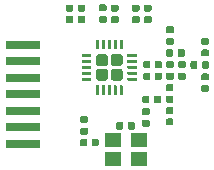
<source format=gbr>
G04 #@! TF.GenerationSoftware,KiCad,Pcbnew,(5.1.2)-1*
G04 #@! TF.CreationDate,2020-11-19T17:47:33+01:00*
G04 #@! TF.ProjectId,HB-ES-PMSwX-Pl_Gosund,48422d45-532d-4504-9d53-77582d506c5f,rev?*
G04 #@! TF.SameCoordinates,Original*
G04 #@! TF.FileFunction,Paste,Top*
G04 #@! TF.FilePolarity,Positive*
%FSLAX46Y46*%
G04 Gerber Fmt 4.6, Leading zero omitted, Abs format (unit mm)*
G04 Created by KiCad (PCBNEW (5.1.2)-1) date 2020-11-19 17:47:33*
%MOMM*%
%LPD*%
G04 APERTURE LIST*
%ADD10R,3.000000X0.700000*%
%ADD11C,0.100000*%
%ADD12C,0.250000*%
%ADD13C,1.010000*%
%ADD14C,0.590000*%
%ADD15R,1.400000X1.150000*%
G04 APERTURE END LIST*
D10*
X110909100Y-66560000D03*
X110909100Y-67960000D03*
X110909100Y-65160000D03*
X110909100Y-63760000D03*
X110909100Y-62360000D03*
X110909100Y-60960000D03*
X110909100Y-69360000D03*
D11*
G36*
X117305626Y-60540701D02*
G01*
X117311693Y-60541601D01*
X117317643Y-60543091D01*
X117323418Y-60545158D01*
X117328962Y-60547780D01*
X117334223Y-60550933D01*
X117339150Y-60554587D01*
X117343694Y-60558706D01*
X117347813Y-60563250D01*
X117351467Y-60568177D01*
X117354620Y-60573438D01*
X117357242Y-60578982D01*
X117359309Y-60584757D01*
X117360799Y-60590707D01*
X117361699Y-60596774D01*
X117362000Y-60602900D01*
X117362000Y-61302900D01*
X117361699Y-61309026D01*
X117360799Y-61315093D01*
X117359309Y-61321043D01*
X117357242Y-61326818D01*
X117354620Y-61332362D01*
X117351467Y-61337623D01*
X117347813Y-61342550D01*
X117343694Y-61347094D01*
X117339150Y-61351213D01*
X117334223Y-61354867D01*
X117328962Y-61358020D01*
X117323418Y-61360642D01*
X117317643Y-61362709D01*
X117311693Y-61364199D01*
X117305626Y-61365099D01*
X117299500Y-61365400D01*
X117174500Y-61365400D01*
X117168374Y-61365099D01*
X117162307Y-61364199D01*
X117156357Y-61362709D01*
X117150582Y-61360642D01*
X117145038Y-61358020D01*
X117139777Y-61354867D01*
X117134850Y-61351213D01*
X117130306Y-61347094D01*
X117126187Y-61342550D01*
X117122533Y-61337623D01*
X117119380Y-61332362D01*
X117116758Y-61326818D01*
X117114691Y-61321043D01*
X117113201Y-61315093D01*
X117112301Y-61309026D01*
X117112000Y-61302900D01*
X117112000Y-60602900D01*
X117112301Y-60596774D01*
X117113201Y-60590707D01*
X117114691Y-60584757D01*
X117116758Y-60578982D01*
X117119380Y-60573438D01*
X117122533Y-60568177D01*
X117126187Y-60563250D01*
X117130306Y-60558706D01*
X117134850Y-60554587D01*
X117139777Y-60550933D01*
X117145038Y-60547780D01*
X117150582Y-60545158D01*
X117156357Y-60543091D01*
X117162307Y-60541601D01*
X117168374Y-60540701D01*
X117174500Y-60540400D01*
X117299500Y-60540400D01*
X117305626Y-60540701D01*
X117305626Y-60540701D01*
G37*
D12*
X117237000Y-60952900D03*
D11*
G36*
X117805626Y-60540701D02*
G01*
X117811693Y-60541601D01*
X117817643Y-60543091D01*
X117823418Y-60545158D01*
X117828962Y-60547780D01*
X117834223Y-60550933D01*
X117839150Y-60554587D01*
X117843694Y-60558706D01*
X117847813Y-60563250D01*
X117851467Y-60568177D01*
X117854620Y-60573438D01*
X117857242Y-60578982D01*
X117859309Y-60584757D01*
X117860799Y-60590707D01*
X117861699Y-60596774D01*
X117862000Y-60602900D01*
X117862000Y-61302900D01*
X117861699Y-61309026D01*
X117860799Y-61315093D01*
X117859309Y-61321043D01*
X117857242Y-61326818D01*
X117854620Y-61332362D01*
X117851467Y-61337623D01*
X117847813Y-61342550D01*
X117843694Y-61347094D01*
X117839150Y-61351213D01*
X117834223Y-61354867D01*
X117828962Y-61358020D01*
X117823418Y-61360642D01*
X117817643Y-61362709D01*
X117811693Y-61364199D01*
X117805626Y-61365099D01*
X117799500Y-61365400D01*
X117674500Y-61365400D01*
X117668374Y-61365099D01*
X117662307Y-61364199D01*
X117656357Y-61362709D01*
X117650582Y-61360642D01*
X117645038Y-61358020D01*
X117639777Y-61354867D01*
X117634850Y-61351213D01*
X117630306Y-61347094D01*
X117626187Y-61342550D01*
X117622533Y-61337623D01*
X117619380Y-61332362D01*
X117616758Y-61326818D01*
X117614691Y-61321043D01*
X117613201Y-61315093D01*
X117612301Y-61309026D01*
X117612000Y-61302900D01*
X117612000Y-60602900D01*
X117612301Y-60596774D01*
X117613201Y-60590707D01*
X117614691Y-60584757D01*
X117616758Y-60578982D01*
X117619380Y-60573438D01*
X117622533Y-60568177D01*
X117626187Y-60563250D01*
X117630306Y-60558706D01*
X117634850Y-60554587D01*
X117639777Y-60550933D01*
X117645038Y-60547780D01*
X117650582Y-60545158D01*
X117656357Y-60543091D01*
X117662307Y-60541601D01*
X117668374Y-60540701D01*
X117674500Y-60540400D01*
X117799500Y-60540400D01*
X117805626Y-60540701D01*
X117805626Y-60540701D01*
G37*
D12*
X117737000Y-60952900D03*
D11*
G36*
X118305626Y-60540701D02*
G01*
X118311693Y-60541601D01*
X118317643Y-60543091D01*
X118323418Y-60545158D01*
X118328962Y-60547780D01*
X118334223Y-60550933D01*
X118339150Y-60554587D01*
X118343694Y-60558706D01*
X118347813Y-60563250D01*
X118351467Y-60568177D01*
X118354620Y-60573438D01*
X118357242Y-60578982D01*
X118359309Y-60584757D01*
X118360799Y-60590707D01*
X118361699Y-60596774D01*
X118362000Y-60602900D01*
X118362000Y-61302900D01*
X118361699Y-61309026D01*
X118360799Y-61315093D01*
X118359309Y-61321043D01*
X118357242Y-61326818D01*
X118354620Y-61332362D01*
X118351467Y-61337623D01*
X118347813Y-61342550D01*
X118343694Y-61347094D01*
X118339150Y-61351213D01*
X118334223Y-61354867D01*
X118328962Y-61358020D01*
X118323418Y-61360642D01*
X118317643Y-61362709D01*
X118311693Y-61364199D01*
X118305626Y-61365099D01*
X118299500Y-61365400D01*
X118174500Y-61365400D01*
X118168374Y-61365099D01*
X118162307Y-61364199D01*
X118156357Y-61362709D01*
X118150582Y-61360642D01*
X118145038Y-61358020D01*
X118139777Y-61354867D01*
X118134850Y-61351213D01*
X118130306Y-61347094D01*
X118126187Y-61342550D01*
X118122533Y-61337623D01*
X118119380Y-61332362D01*
X118116758Y-61326818D01*
X118114691Y-61321043D01*
X118113201Y-61315093D01*
X118112301Y-61309026D01*
X118112000Y-61302900D01*
X118112000Y-60602900D01*
X118112301Y-60596774D01*
X118113201Y-60590707D01*
X118114691Y-60584757D01*
X118116758Y-60578982D01*
X118119380Y-60573438D01*
X118122533Y-60568177D01*
X118126187Y-60563250D01*
X118130306Y-60558706D01*
X118134850Y-60554587D01*
X118139777Y-60550933D01*
X118145038Y-60547780D01*
X118150582Y-60545158D01*
X118156357Y-60543091D01*
X118162307Y-60541601D01*
X118168374Y-60540701D01*
X118174500Y-60540400D01*
X118299500Y-60540400D01*
X118305626Y-60540701D01*
X118305626Y-60540701D01*
G37*
D12*
X118237000Y-60952900D03*
D11*
G36*
X118805626Y-60540701D02*
G01*
X118811693Y-60541601D01*
X118817643Y-60543091D01*
X118823418Y-60545158D01*
X118828962Y-60547780D01*
X118834223Y-60550933D01*
X118839150Y-60554587D01*
X118843694Y-60558706D01*
X118847813Y-60563250D01*
X118851467Y-60568177D01*
X118854620Y-60573438D01*
X118857242Y-60578982D01*
X118859309Y-60584757D01*
X118860799Y-60590707D01*
X118861699Y-60596774D01*
X118862000Y-60602900D01*
X118862000Y-61302900D01*
X118861699Y-61309026D01*
X118860799Y-61315093D01*
X118859309Y-61321043D01*
X118857242Y-61326818D01*
X118854620Y-61332362D01*
X118851467Y-61337623D01*
X118847813Y-61342550D01*
X118843694Y-61347094D01*
X118839150Y-61351213D01*
X118834223Y-61354867D01*
X118828962Y-61358020D01*
X118823418Y-61360642D01*
X118817643Y-61362709D01*
X118811693Y-61364199D01*
X118805626Y-61365099D01*
X118799500Y-61365400D01*
X118674500Y-61365400D01*
X118668374Y-61365099D01*
X118662307Y-61364199D01*
X118656357Y-61362709D01*
X118650582Y-61360642D01*
X118645038Y-61358020D01*
X118639777Y-61354867D01*
X118634850Y-61351213D01*
X118630306Y-61347094D01*
X118626187Y-61342550D01*
X118622533Y-61337623D01*
X118619380Y-61332362D01*
X118616758Y-61326818D01*
X118614691Y-61321043D01*
X118613201Y-61315093D01*
X118612301Y-61309026D01*
X118612000Y-61302900D01*
X118612000Y-60602900D01*
X118612301Y-60596774D01*
X118613201Y-60590707D01*
X118614691Y-60584757D01*
X118616758Y-60578982D01*
X118619380Y-60573438D01*
X118622533Y-60568177D01*
X118626187Y-60563250D01*
X118630306Y-60558706D01*
X118634850Y-60554587D01*
X118639777Y-60550933D01*
X118645038Y-60547780D01*
X118650582Y-60545158D01*
X118656357Y-60543091D01*
X118662307Y-60541601D01*
X118668374Y-60540701D01*
X118674500Y-60540400D01*
X118799500Y-60540400D01*
X118805626Y-60540701D01*
X118805626Y-60540701D01*
G37*
D12*
X118737000Y-60952900D03*
D11*
G36*
X119305626Y-60540701D02*
G01*
X119311693Y-60541601D01*
X119317643Y-60543091D01*
X119323418Y-60545158D01*
X119328962Y-60547780D01*
X119334223Y-60550933D01*
X119339150Y-60554587D01*
X119343694Y-60558706D01*
X119347813Y-60563250D01*
X119351467Y-60568177D01*
X119354620Y-60573438D01*
X119357242Y-60578982D01*
X119359309Y-60584757D01*
X119360799Y-60590707D01*
X119361699Y-60596774D01*
X119362000Y-60602900D01*
X119362000Y-61302900D01*
X119361699Y-61309026D01*
X119360799Y-61315093D01*
X119359309Y-61321043D01*
X119357242Y-61326818D01*
X119354620Y-61332362D01*
X119351467Y-61337623D01*
X119347813Y-61342550D01*
X119343694Y-61347094D01*
X119339150Y-61351213D01*
X119334223Y-61354867D01*
X119328962Y-61358020D01*
X119323418Y-61360642D01*
X119317643Y-61362709D01*
X119311693Y-61364199D01*
X119305626Y-61365099D01*
X119299500Y-61365400D01*
X119174500Y-61365400D01*
X119168374Y-61365099D01*
X119162307Y-61364199D01*
X119156357Y-61362709D01*
X119150582Y-61360642D01*
X119145038Y-61358020D01*
X119139777Y-61354867D01*
X119134850Y-61351213D01*
X119130306Y-61347094D01*
X119126187Y-61342550D01*
X119122533Y-61337623D01*
X119119380Y-61332362D01*
X119116758Y-61326818D01*
X119114691Y-61321043D01*
X119113201Y-61315093D01*
X119112301Y-61309026D01*
X119112000Y-61302900D01*
X119112000Y-60602900D01*
X119112301Y-60596774D01*
X119113201Y-60590707D01*
X119114691Y-60584757D01*
X119116758Y-60578982D01*
X119119380Y-60573438D01*
X119122533Y-60568177D01*
X119126187Y-60563250D01*
X119130306Y-60558706D01*
X119134850Y-60554587D01*
X119139777Y-60550933D01*
X119145038Y-60547780D01*
X119150582Y-60545158D01*
X119156357Y-60543091D01*
X119162307Y-60541601D01*
X119168374Y-60540701D01*
X119174500Y-60540400D01*
X119299500Y-60540400D01*
X119305626Y-60540701D01*
X119305626Y-60540701D01*
G37*
D12*
X119237000Y-60952900D03*
D11*
G36*
X120530626Y-61765701D02*
G01*
X120536693Y-61766601D01*
X120542643Y-61768091D01*
X120548418Y-61770158D01*
X120553962Y-61772780D01*
X120559223Y-61775933D01*
X120564150Y-61779587D01*
X120568694Y-61783706D01*
X120572813Y-61788250D01*
X120576467Y-61793177D01*
X120579620Y-61798438D01*
X120582242Y-61803982D01*
X120584309Y-61809757D01*
X120585799Y-61815707D01*
X120586699Y-61821774D01*
X120587000Y-61827900D01*
X120587000Y-61952900D01*
X120586699Y-61959026D01*
X120585799Y-61965093D01*
X120584309Y-61971043D01*
X120582242Y-61976818D01*
X120579620Y-61982362D01*
X120576467Y-61987623D01*
X120572813Y-61992550D01*
X120568694Y-61997094D01*
X120564150Y-62001213D01*
X120559223Y-62004867D01*
X120553962Y-62008020D01*
X120548418Y-62010642D01*
X120542643Y-62012709D01*
X120536693Y-62014199D01*
X120530626Y-62015099D01*
X120524500Y-62015400D01*
X119824500Y-62015400D01*
X119818374Y-62015099D01*
X119812307Y-62014199D01*
X119806357Y-62012709D01*
X119800582Y-62010642D01*
X119795038Y-62008020D01*
X119789777Y-62004867D01*
X119784850Y-62001213D01*
X119780306Y-61997094D01*
X119776187Y-61992550D01*
X119772533Y-61987623D01*
X119769380Y-61982362D01*
X119766758Y-61976818D01*
X119764691Y-61971043D01*
X119763201Y-61965093D01*
X119762301Y-61959026D01*
X119762000Y-61952900D01*
X119762000Y-61827900D01*
X119762301Y-61821774D01*
X119763201Y-61815707D01*
X119764691Y-61809757D01*
X119766758Y-61803982D01*
X119769380Y-61798438D01*
X119772533Y-61793177D01*
X119776187Y-61788250D01*
X119780306Y-61783706D01*
X119784850Y-61779587D01*
X119789777Y-61775933D01*
X119795038Y-61772780D01*
X119800582Y-61770158D01*
X119806357Y-61768091D01*
X119812307Y-61766601D01*
X119818374Y-61765701D01*
X119824500Y-61765400D01*
X120524500Y-61765400D01*
X120530626Y-61765701D01*
X120530626Y-61765701D01*
G37*
D12*
X120174500Y-61890400D03*
D11*
G36*
X120530626Y-62265701D02*
G01*
X120536693Y-62266601D01*
X120542643Y-62268091D01*
X120548418Y-62270158D01*
X120553962Y-62272780D01*
X120559223Y-62275933D01*
X120564150Y-62279587D01*
X120568694Y-62283706D01*
X120572813Y-62288250D01*
X120576467Y-62293177D01*
X120579620Y-62298438D01*
X120582242Y-62303982D01*
X120584309Y-62309757D01*
X120585799Y-62315707D01*
X120586699Y-62321774D01*
X120587000Y-62327900D01*
X120587000Y-62452900D01*
X120586699Y-62459026D01*
X120585799Y-62465093D01*
X120584309Y-62471043D01*
X120582242Y-62476818D01*
X120579620Y-62482362D01*
X120576467Y-62487623D01*
X120572813Y-62492550D01*
X120568694Y-62497094D01*
X120564150Y-62501213D01*
X120559223Y-62504867D01*
X120553962Y-62508020D01*
X120548418Y-62510642D01*
X120542643Y-62512709D01*
X120536693Y-62514199D01*
X120530626Y-62515099D01*
X120524500Y-62515400D01*
X119824500Y-62515400D01*
X119818374Y-62515099D01*
X119812307Y-62514199D01*
X119806357Y-62512709D01*
X119800582Y-62510642D01*
X119795038Y-62508020D01*
X119789777Y-62504867D01*
X119784850Y-62501213D01*
X119780306Y-62497094D01*
X119776187Y-62492550D01*
X119772533Y-62487623D01*
X119769380Y-62482362D01*
X119766758Y-62476818D01*
X119764691Y-62471043D01*
X119763201Y-62465093D01*
X119762301Y-62459026D01*
X119762000Y-62452900D01*
X119762000Y-62327900D01*
X119762301Y-62321774D01*
X119763201Y-62315707D01*
X119764691Y-62309757D01*
X119766758Y-62303982D01*
X119769380Y-62298438D01*
X119772533Y-62293177D01*
X119776187Y-62288250D01*
X119780306Y-62283706D01*
X119784850Y-62279587D01*
X119789777Y-62275933D01*
X119795038Y-62272780D01*
X119800582Y-62270158D01*
X119806357Y-62268091D01*
X119812307Y-62266601D01*
X119818374Y-62265701D01*
X119824500Y-62265400D01*
X120524500Y-62265400D01*
X120530626Y-62265701D01*
X120530626Y-62265701D01*
G37*
D12*
X120174500Y-62390400D03*
D11*
G36*
X120530626Y-62765701D02*
G01*
X120536693Y-62766601D01*
X120542643Y-62768091D01*
X120548418Y-62770158D01*
X120553962Y-62772780D01*
X120559223Y-62775933D01*
X120564150Y-62779587D01*
X120568694Y-62783706D01*
X120572813Y-62788250D01*
X120576467Y-62793177D01*
X120579620Y-62798438D01*
X120582242Y-62803982D01*
X120584309Y-62809757D01*
X120585799Y-62815707D01*
X120586699Y-62821774D01*
X120587000Y-62827900D01*
X120587000Y-62952900D01*
X120586699Y-62959026D01*
X120585799Y-62965093D01*
X120584309Y-62971043D01*
X120582242Y-62976818D01*
X120579620Y-62982362D01*
X120576467Y-62987623D01*
X120572813Y-62992550D01*
X120568694Y-62997094D01*
X120564150Y-63001213D01*
X120559223Y-63004867D01*
X120553962Y-63008020D01*
X120548418Y-63010642D01*
X120542643Y-63012709D01*
X120536693Y-63014199D01*
X120530626Y-63015099D01*
X120524500Y-63015400D01*
X119824500Y-63015400D01*
X119818374Y-63015099D01*
X119812307Y-63014199D01*
X119806357Y-63012709D01*
X119800582Y-63010642D01*
X119795038Y-63008020D01*
X119789777Y-63004867D01*
X119784850Y-63001213D01*
X119780306Y-62997094D01*
X119776187Y-62992550D01*
X119772533Y-62987623D01*
X119769380Y-62982362D01*
X119766758Y-62976818D01*
X119764691Y-62971043D01*
X119763201Y-62965093D01*
X119762301Y-62959026D01*
X119762000Y-62952900D01*
X119762000Y-62827900D01*
X119762301Y-62821774D01*
X119763201Y-62815707D01*
X119764691Y-62809757D01*
X119766758Y-62803982D01*
X119769380Y-62798438D01*
X119772533Y-62793177D01*
X119776187Y-62788250D01*
X119780306Y-62783706D01*
X119784850Y-62779587D01*
X119789777Y-62775933D01*
X119795038Y-62772780D01*
X119800582Y-62770158D01*
X119806357Y-62768091D01*
X119812307Y-62766601D01*
X119818374Y-62765701D01*
X119824500Y-62765400D01*
X120524500Y-62765400D01*
X120530626Y-62765701D01*
X120530626Y-62765701D01*
G37*
D12*
X120174500Y-62890400D03*
D11*
G36*
X120530626Y-63265701D02*
G01*
X120536693Y-63266601D01*
X120542643Y-63268091D01*
X120548418Y-63270158D01*
X120553962Y-63272780D01*
X120559223Y-63275933D01*
X120564150Y-63279587D01*
X120568694Y-63283706D01*
X120572813Y-63288250D01*
X120576467Y-63293177D01*
X120579620Y-63298438D01*
X120582242Y-63303982D01*
X120584309Y-63309757D01*
X120585799Y-63315707D01*
X120586699Y-63321774D01*
X120587000Y-63327900D01*
X120587000Y-63452900D01*
X120586699Y-63459026D01*
X120585799Y-63465093D01*
X120584309Y-63471043D01*
X120582242Y-63476818D01*
X120579620Y-63482362D01*
X120576467Y-63487623D01*
X120572813Y-63492550D01*
X120568694Y-63497094D01*
X120564150Y-63501213D01*
X120559223Y-63504867D01*
X120553962Y-63508020D01*
X120548418Y-63510642D01*
X120542643Y-63512709D01*
X120536693Y-63514199D01*
X120530626Y-63515099D01*
X120524500Y-63515400D01*
X119824500Y-63515400D01*
X119818374Y-63515099D01*
X119812307Y-63514199D01*
X119806357Y-63512709D01*
X119800582Y-63510642D01*
X119795038Y-63508020D01*
X119789777Y-63504867D01*
X119784850Y-63501213D01*
X119780306Y-63497094D01*
X119776187Y-63492550D01*
X119772533Y-63487623D01*
X119769380Y-63482362D01*
X119766758Y-63476818D01*
X119764691Y-63471043D01*
X119763201Y-63465093D01*
X119762301Y-63459026D01*
X119762000Y-63452900D01*
X119762000Y-63327900D01*
X119762301Y-63321774D01*
X119763201Y-63315707D01*
X119764691Y-63309757D01*
X119766758Y-63303982D01*
X119769380Y-63298438D01*
X119772533Y-63293177D01*
X119776187Y-63288250D01*
X119780306Y-63283706D01*
X119784850Y-63279587D01*
X119789777Y-63275933D01*
X119795038Y-63272780D01*
X119800582Y-63270158D01*
X119806357Y-63268091D01*
X119812307Y-63266601D01*
X119818374Y-63265701D01*
X119824500Y-63265400D01*
X120524500Y-63265400D01*
X120530626Y-63265701D01*
X120530626Y-63265701D01*
G37*
D12*
X120174500Y-63390400D03*
D11*
G36*
X120530626Y-63765701D02*
G01*
X120536693Y-63766601D01*
X120542643Y-63768091D01*
X120548418Y-63770158D01*
X120553962Y-63772780D01*
X120559223Y-63775933D01*
X120564150Y-63779587D01*
X120568694Y-63783706D01*
X120572813Y-63788250D01*
X120576467Y-63793177D01*
X120579620Y-63798438D01*
X120582242Y-63803982D01*
X120584309Y-63809757D01*
X120585799Y-63815707D01*
X120586699Y-63821774D01*
X120587000Y-63827900D01*
X120587000Y-63952900D01*
X120586699Y-63959026D01*
X120585799Y-63965093D01*
X120584309Y-63971043D01*
X120582242Y-63976818D01*
X120579620Y-63982362D01*
X120576467Y-63987623D01*
X120572813Y-63992550D01*
X120568694Y-63997094D01*
X120564150Y-64001213D01*
X120559223Y-64004867D01*
X120553962Y-64008020D01*
X120548418Y-64010642D01*
X120542643Y-64012709D01*
X120536693Y-64014199D01*
X120530626Y-64015099D01*
X120524500Y-64015400D01*
X119824500Y-64015400D01*
X119818374Y-64015099D01*
X119812307Y-64014199D01*
X119806357Y-64012709D01*
X119800582Y-64010642D01*
X119795038Y-64008020D01*
X119789777Y-64004867D01*
X119784850Y-64001213D01*
X119780306Y-63997094D01*
X119776187Y-63992550D01*
X119772533Y-63987623D01*
X119769380Y-63982362D01*
X119766758Y-63976818D01*
X119764691Y-63971043D01*
X119763201Y-63965093D01*
X119762301Y-63959026D01*
X119762000Y-63952900D01*
X119762000Y-63827900D01*
X119762301Y-63821774D01*
X119763201Y-63815707D01*
X119764691Y-63809757D01*
X119766758Y-63803982D01*
X119769380Y-63798438D01*
X119772533Y-63793177D01*
X119776187Y-63788250D01*
X119780306Y-63783706D01*
X119784850Y-63779587D01*
X119789777Y-63775933D01*
X119795038Y-63772780D01*
X119800582Y-63770158D01*
X119806357Y-63768091D01*
X119812307Y-63766601D01*
X119818374Y-63765701D01*
X119824500Y-63765400D01*
X120524500Y-63765400D01*
X120530626Y-63765701D01*
X120530626Y-63765701D01*
G37*
D12*
X120174500Y-63890400D03*
D11*
G36*
X119305626Y-64415701D02*
G01*
X119311693Y-64416601D01*
X119317643Y-64418091D01*
X119323418Y-64420158D01*
X119328962Y-64422780D01*
X119334223Y-64425933D01*
X119339150Y-64429587D01*
X119343694Y-64433706D01*
X119347813Y-64438250D01*
X119351467Y-64443177D01*
X119354620Y-64448438D01*
X119357242Y-64453982D01*
X119359309Y-64459757D01*
X119360799Y-64465707D01*
X119361699Y-64471774D01*
X119362000Y-64477900D01*
X119362000Y-65177900D01*
X119361699Y-65184026D01*
X119360799Y-65190093D01*
X119359309Y-65196043D01*
X119357242Y-65201818D01*
X119354620Y-65207362D01*
X119351467Y-65212623D01*
X119347813Y-65217550D01*
X119343694Y-65222094D01*
X119339150Y-65226213D01*
X119334223Y-65229867D01*
X119328962Y-65233020D01*
X119323418Y-65235642D01*
X119317643Y-65237709D01*
X119311693Y-65239199D01*
X119305626Y-65240099D01*
X119299500Y-65240400D01*
X119174500Y-65240400D01*
X119168374Y-65240099D01*
X119162307Y-65239199D01*
X119156357Y-65237709D01*
X119150582Y-65235642D01*
X119145038Y-65233020D01*
X119139777Y-65229867D01*
X119134850Y-65226213D01*
X119130306Y-65222094D01*
X119126187Y-65217550D01*
X119122533Y-65212623D01*
X119119380Y-65207362D01*
X119116758Y-65201818D01*
X119114691Y-65196043D01*
X119113201Y-65190093D01*
X119112301Y-65184026D01*
X119112000Y-65177900D01*
X119112000Y-64477900D01*
X119112301Y-64471774D01*
X119113201Y-64465707D01*
X119114691Y-64459757D01*
X119116758Y-64453982D01*
X119119380Y-64448438D01*
X119122533Y-64443177D01*
X119126187Y-64438250D01*
X119130306Y-64433706D01*
X119134850Y-64429587D01*
X119139777Y-64425933D01*
X119145038Y-64422780D01*
X119150582Y-64420158D01*
X119156357Y-64418091D01*
X119162307Y-64416601D01*
X119168374Y-64415701D01*
X119174500Y-64415400D01*
X119299500Y-64415400D01*
X119305626Y-64415701D01*
X119305626Y-64415701D01*
G37*
D12*
X119237000Y-64827900D03*
D11*
G36*
X118805626Y-64415701D02*
G01*
X118811693Y-64416601D01*
X118817643Y-64418091D01*
X118823418Y-64420158D01*
X118828962Y-64422780D01*
X118834223Y-64425933D01*
X118839150Y-64429587D01*
X118843694Y-64433706D01*
X118847813Y-64438250D01*
X118851467Y-64443177D01*
X118854620Y-64448438D01*
X118857242Y-64453982D01*
X118859309Y-64459757D01*
X118860799Y-64465707D01*
X118861699Y-64471774D01*
X118862000Y-64477900D01*
X118862000Y-65177900D01*
X118861699Y-65184026D01*
X118860799Y-65190093D01*
X118859309Y-65196043D01*
X118857242Y-65201818D01*
X118854620Y-65207362D01*
X118851467Y-65212623D01*
X118847813Y-65217550D01*
X118843694Y-65222094D01*
X118839150Y-65226213D01*
X118834223Y-65229867D01*
X118828962Y-65233020D01*
X118823418Y-65235642D01*
X118817643Y-65237709D01*
X118811693Y-65239199D01*
X118805626Y-65240099D01*
X118799500Y-65240400D01*
X118674500Y-65240400D01*
X118668374Y-65240099D01*
X118662307Y-65239199D01*
X118656357Y-65237709D01*
X118650582Y-65235642D01*
X118645038Y-65233020D01*
X118639777Y-65229867D01*
X118634850Y-65226213D01*
X118630306Y-65222094D01*
X118626187Y-65217550D01*
X118622533Y-65212623D01*
X118619380Y-65207362D01*
X118616758Y-65201818D01*
X118614691Y-65196043D01*
X118613201Y-65190093D01*
X118612301Y-65184026D01*
X118612000Y-65177900D01*
X118612000Y-64477900D01*
X118612301Y-64471774D01*
X118613201Y-64465707D01*
X118614691Y-64459757D01*
X118616758Y-64453982D01*
X118619380Y-64448438D01*
X118622533Y-64443177D01*
X118626187Y-64438250D01*
X118630306Y-64433706D01*
X118634850Y-64429587D01*
X118639777Y-64425933D01*
X118645038Y-64422780D01*
X118650582Y-64420158D01*
X118656357Y-64418091D01*
X118662307Y-64416601D01*
X118668374Y-64415701D01*
X118674500Y-64415400D01*
X118799500Y-64415400D01*
X118805626Y-64415701D01*
X118805626Y-64415701D01*
G37*
D12*
X118737000Y-64827900D03*
D11*
G36*
X118305626Y-64415701D02*
G01*
X118311693Y-64416601D01*
X118317643Y-64418091D01*
X118323418Y-64420158D01*
X118328962Y-64422780D01*
X118334223Y-64425933D01*
X118339150Y-64429587D01*
X118343694Y-64433706D01*
X118347813Y-64438250D01*
X118351467Y-64443177D01*
X118354620Y-64448438D01*
X118357242Y-64453982D01*
X118359309Y-64459757D01*
X118360799Y-64465707D01*
X118361699Y-64471774D01*
X118362000Y-64477900D01*
X118362000Y-65177900D01*
X118361699Y-65184026D01*
X118360799Y-65190093D01*
X118359309Y-65196043D01*
X118357242Y-65201818D01*
X118354620Y-65207362D01*
X118351467Y-65212623D01*
X118347813Y-65217550D01*
X118343694Y-65222094D01*
X118339150Y-65226213D01*
X118334223Y-65229867D01*
X118328962Y-65233020D01*
X118323418Y-65235642D01*
X118317643Y-65237709D01*
X118311693Y-65239199D01*
X118305626Y-65240099D01*
X118299500Y-65240400D01*
X118174500Y-65240400D01*
X118168374Y-65240099D01*
X118162307Y-65239199D01*
X118156357Y-65237709D01*
X118150582Y-65235642D01*
X118145038Y-65233020D01*
X118139777Y-65229867D01*
X118134850Y-65226213D01*
X118130306Y-65222094D01*
X118126187Y-65217550D01*
X118122533Y-65212623D01*
X118119380Y-65207362D01*
X118116758Y-65201818D01*
X118114691Y-65196043D01*
X118113201Y-65190093D01*
X118112301Y-65184026D01*
X118112000Y-65177900D01*
X118112000Y-64477900D01*
X118112301Y-64471774D01*
X118113201Y-64465707D01*
X118114691Y-64459757D01*
X118116758Y-64453982D01*
X118119380Y-64448438D01*
X118122533Y-64443177D01*
X118126187Y-64438250D01*
X118130306Y-64433706D01*
X118134850Y-64429587D01*
X118139777Y-64425933D01*
X118145038Y-64422780D01*
X118150582Y-64420158D01*
X118156357Y-64418091D01*
X118162307Y-64416601D01*
X118168374Y-64415701D01*
X118174500Y-64415400D01*
X118299500Y-64415400D01*
X118305626Y-64415701D01*
X118305626Y-64415701D01*
G37*
D12*
X118237000Y-64827900D03*
D11*
G36*
X117805626Y-64415701D02*
G01*
X117811693Y-64416601D01*
X117817643Y-64418091D01*
X117823418Y-64420158D01*
X117828962Y-64422780D01*
X117834223Y-64425933D01*
X117839150Y-64429587D01*
X117843694Y-64433706D01*
X117847813Y-64438250D01*
X117851467Y-64443177D01*
X117854620Y-64448438D01*
X117857242Y-64453982D01*
X117859309Y-64459757D01*
X117860799Y-64465707D01*
X117861699Y-64471774D01*
X117862000Y-64477900D01*
X117862000Y-65177900D01*
X117861699Y-65184026D01*
X117860799Y-65190093D01*
X117859309Y-65196043D01*
X117857242Y-65201818D01*
X117854620Y-65207362D01*
X117851467Y-65212623D01*
X117847813Y-65217550D01*
X117843694Y-65222094D01*
X117839150Y-65226213D01*
X117834223Y-65229867D01*
X117828962Y-65233020D01*
X117823418Y-65235642D01*
X117817643Y-65237709D01*
X117811693Y-65239199D01*
X117805626Y-65240099D01*
X117799500Y-65240400D01*
X117674500Y-65240400D01*
X117668374Y-65240099D01*
X117662307Y-65239199D01*
X117656357Y-65237709D01*
X117650582Y-65235642D01*
X117645038Y-65233020D01*
X117639777Y-65229867D01*
X117634850Y-65226213D01*
X117630306Y-65222094D01*
X117626187Y-65217550D01*
X117622533Y-65212623D01*
X117619380Y-65207362D01*
X117616758Y-65201818D01*
X117614691Y-65196043D01*
X117613201Y-65190093D01*
X117612301Y-65184026D01*
X117612000Y-65177900D01*
X117612000Y-64477900D01*
X117612301Y-64471774D01*
X117613201Y-64465707D01*
X117614691Y-64459757D01*
X117616758Y-64453982D01*
X117619380Y-64448438D01*
X117622533Y-64443177D01*
X117626187Y-64438250D01*
X117630306Y-64433706D01*
X117634850Y-64429587D01*
X117639777Y-64425933D01*
X117645038Y-64422780D01*
X117650582Y-64420158D01*
X117656357Y-64418091D01*
X117662307Y-64416601D01*
X117668374Y-64415701D01*
X117674500Y-64415400D01*
X117799500Y-64415400D01*
X117805626Y-64415701D01*
X117805626Y-64415701D01*
G37*
D12*
X117737000Y-64827900D03*
D11*
G36*
X117305626Y-64415701D02*
G01*
X117311693Y-64416601D01*
X117317643Y-64418091D01*
X117323418Y-64420158D01*
X117328962Y-64422780D01*
X117334223Y-64425933D01*
X117339150Y-64429587D01*
X117343694Y-64433706D01*
X117347813Y-64438250D01*
X117351467Y-64443177D01*
X117354620Y-64448438D01*
X117357242Y-64453982D01*
X117359309Y-64459757D01*
X117360799Y-64465707D01*
X117361699Y-64471774D01*
X117362000Y-64477900D01*
X117362000Y-65177900D01*
X117361699Y-65184026D01*
X117360799Y-65190093D01*
X117359309Y-65196043D01*
X117357242Y-65201818D01*
X117354620Y-65207362D01*
X117351467Y-65212623D01*
X117347813Y-65217550D01*
X117343694Y-65222094D01*
X117339150Y-65226213D01*
X117334223Y-65229867D01*
X117328962Y-65233020D01*
X117323418Y-65235642D01*
X117317643Y-65237709D01*
X117311693Y-65239199D01*
X117305626Y-65240099D01*
X117299500Y-65240400D01*
X117174500Y-65240400D01*
X117168374Y-65240099D01*
X117162307Y-65239199D01*
X117156357Y-65237709D01*
X117150582Y-65235642D01*
X117145038Y-65233020D01*
X117139777Y-65229867D01*
X117134850Y-65226213D01*
X117130306Y-65222094D01*
X117126187Y-65217550D01*
X117122533Y-65212623D01*
X117119380Y-65207362D01*
X117116758Y-65201818D01*
X117114691Y-65196043D01*
X117113201Y-65190093D01*
X117112301Y-65184026D01*
X117112000Y-65177900D01*
X117112000Y-64477900D01*
X117112301Y-64471774D01*
X117113201Y-64465707D01*
X117114691Y-64459757D01*
X117116758Y-64453982D01*
X117119380Y-64448438D01*
X117122533Y-64443177D01*
X117126187Y-64438250D01*
X117130306Y-64433706D01*
X117134850Y-64429587D01*
X117139777Y-64425933D01*
X117145038Y-64422780D01*
X117150582Y-64420158D01*
X117156357Y-64418091D01*
X117162307Y-64416601D01*
X117168374Y-64415701D01*
X117174500Y-64415400D01*
X117299500Y-64415400D01*
X117305626Y-64415701D01*
X117305626Y-64415701D01*
G37*
D12*
X117237000Y-64827900D03*
D11*
G36*
X116655626Y-63765701D02*
G01*
X116661693Y-63766601D01*
X116667643Y-63768091D01*
X116673418Y-63770158D01*
X116678962Y-63772780D01*
X116684223Y-63775933D01*
X116689150Y-63779587D01*
X116693694Y-63783706D01*
X116697813Y-63788250D01*
X116701467Y-63793177D01*
X116704620Y-63798438D01*
X116707242Y-63803982D01*
X116709309Y-63809757D01*
X116710799Y-63815707D01*
X116711699Y-63821774D01*
X116712000Y-63827900D01*
X116712000Y-63952900D01*
X116711699Y-63959026D01*
X116710799Y-63965093D01*
X116709309Y-63971043D01*
X116707242Y-63976818D01*
X116704620Y-63982362D01*
X116701467Y-63987623D01*
X116697813Y-63992550D01*
X116693694Y-63997094D01*
X116689150Y-64001213D01*
X116684223Y-64004867D01*
X116678962Y-64008020D01*
X116673418Y-64010642D01*
X116667643Y-64012709D01*
X116661693Y-64014199D01*
X116655626Y-64015099D01*
X116649500Y-64015400D01*
X115949500Y-64015400D01*
X115943374Y-64015099D01*
X115937307Y-64014199D01*
X115931357Y-64012709D01*
X115925582Y-64010642D01*
X115920038Y-64008020D01*
X115914777Y-64004867D01*
X115909850Y-64001213D01*
X115905306Y-63997094D01*
X115901187Y-63992550D01*
X115897533Y-63987623D01*
X115894380Y-63982362D01*
X115891758Y-63976818D01*
X115889691Y-63971043D01*
X115888201Y-63965093D01*
X115887301Y-63959026D01*
X115887000Y-63952900D01*
X115887000Y-63827900D01*
X115887301Y-63821774D01*
X115888201Y-63815707D01*
X115889691Y-63809757D01*
X115891758Y-63803982D01*
X115894380Y-63798438D01*
X115897533Y-63793177D01*
X115901187Y-63788250D01*
X115905306Y-63783706D01*
X115909850Y-63779587D01*
X115914777Y-63775933D01*
X115920038Y-63772780D01*
X115925582Y-63770158D01*
X115931357Y-63768091D01*
X115937307Y-63766601D01*
X115943374Y-63765701D01*
X115949500Y-63765400D01*
X116649500Y-63765400D01*
X116655626Y-63765701D01*
X116655626Y-63765701D01*
G37*
D12*
X116299500Y-63890400D03*
D11*
G36*
X116655626Y-63265701D02*
G01*
X116661693Y-63266601D01*
X116667643Y-63268091D01*
X116673418Y-63270158D01*
X116678962Y-63272780D01*
X116684223Y-63275933D01*
X116689150Y-63279587D01*
X116693694Y-63283706D01*
X116697813Y-63288250D01*
X116701467Y-63293177D01*
X116704620Y-63298438D01*
X116707242Y-63303982D01*
X116709309Y-63309757D01*
X116710799Y-63315707D01*
X116711699Y-63321774D01*
X116712000Y-63327900D01*
X116712000Y-63452900D01*
X116711699Y-63459026D01*
X116710799Y-63465093D01*
X116709309Y-63471043D01*
X116707242Y-63476818D01*
X116704620Y-63482362D01*
X116701467Y-63487623D01*
X116697813Y-63492550D01*
X116693694Y-63497094D01*
X116689150Y-63501213D01*
X116684223Y-63504867D01*
X116678962Y-63508020D01*
X116673418Y-63510642D01*
X116667643Y-63512709D01*
X116661693Y-63514199D01*
X116655626Y-63515099D01*
X116649500Y-63515400D01*
X115949500Y-63515400D01*
X115943374Y-63515099D01*
X115937307Y-63514199D01*
X115931357Y-63512709D01*
X115925582Y-63510642D01*
X115920038Y-63508020D01*
X115914777Y-63504867D01*
X115909850Y-63501213D01*
X115905306Y-63497094D01*
X115901187Y-63492550D01*
X115897533Y-63487623D01*
X115894380Y-63482362D01*
X115891758Y-63476818D01*
X115889691Y-63471043D01*
X115888201Y-63465093D01*
X115887301Y-63459026D01*
X115887000Y-63452900D01*
X115887000Y-63327900D01*
X115887301Y-63321774D01*
X115888201Y-63315707D01*
X115889691Y-63309757D01*
X115891758Y-63303982D01*
X115894380Y-63298438D01*
X115897533Y-63293177D01*
X115901187Y-63288250D01*
X115905306Y-63283706D01*
X115909850Y-63279587D01*
X115914777Y-63275933D01*
X115920038Y-63272780D01*
X115925582Y-63270158D01*
X115931357Y-63268091D01*
X115937307Y-63266601D01*
X115943374Y-63265701D01*
X115949500Y-63265400D01*
X116649500Y-63265400D01*
X116655626Y-63265701D01*
X116655626Y-63265701D01*
G37*
D12*
X116299500Y-63390400D03*
D11*
G36*
X116655626Y-62765701D02*
G01*
X116661693Y-62766601D01*
X116667643Y-62768091D01*
X116673418Y-62770158D01*
X116678962Y-62772780D01*
X116684223Y-62775933D01*
X116689150Y-62779587D01*
X116693694Y-62783706D01*
X116697813Y-62788250D01*
X116701467Y-62793177D01*
X116704620Y-62798438D01*
X116707242Y-62803982D01*
X116709309Y-62809757D01*
X116710799Y-62815707D01*
X116711699Y-62821774D01*
X116712000Y-62827900D01*
X116712000Y-62952900D01*
X116711699Y-62959026D01*
X116710799Y-62965093D01*
X116709309Y-62971043D01*
X116707242Y-62976818D01*
X116704620Y-62982362D01*
X116701467Y-62987623D01*
X116697813Y-62992550D01*
X116693694Y-62997094D01*
X116689150Y-63001213D01*
X116684223Y-63004867D01*
X116678962Y-63008020D01*
X116673418Y-63010642D01*
X116667643Y-63012709D01*
X116661693Y-63014199D01*
X116655626Y-63015099D01*
X116649500Y-63015400D01*
X115949500Y-63015400D01*
X115943374Y-63015099D01*
X115937307Y-63014199D01*
X115931357Y-63012709D01*
X115925582Y-63010642D01*
X115920038Y-63008020D01*
X115914777Y-63004867D01*
X115909850Y-63001213D01*
X115905306Y-62997094D01*
X115901187Y-62992550D01*
X115897533Y-62987623D01*
X115894380Y-62982362D01*
X115891758Y-62976818D01*
X115889691Y-62971043D01*
X115888201Y-62965093D01*
X115887301Y-62959026D01*
X115887000Y-62952900D01*
X115887000Y-62827900D01*
X115887301Y-62821774D01*
X115888201Y-62815707D01*
X115889691Y-62809757D01*
X115891758Y-62803982D01*
X115894380Y-62798438D01*
X115897533Y-62793177D01*
X115901187Y-62788250D01*
X115905306Y-62783706D01*
X115909850Y-62779587D01*
X115914777Y-62775933D01*
X115920038Y-62772780D01*
X115925582Y-62770158D01*
X115931357Y-62768091D01*
X115937307Y-62766601D01*
X115943374Y-62765701D01*
X115949500Y-62765400D01*
X116649500Y-62765400D01*
X116655626Y-62765701D01*
X116655626Y-62765701D01*
G37*
D12*
X116299500Y-62890400D03*
D11*
G36*
X116655626Y-62265701D02*
G01*
X116661693Y-62266601D01*
X116667643Y-62268091D01*
X116673418Y-62270158D01*
X116678962Y-62272780D01*
X116684223Y-62275933D01*
X116689150Y-62279587D01*
X116693694Y-62283706D01*
X116697813Y-62288250D01*
X116701467Y-62293177D01*
X116704620Y-62298438D01*
X116707242Y-62303982D01*
X116709309Y-62309757D01*
X116710799Y-62315707D01*
X116711699Y-62321774D01*
X116712000Y-62327900D01*
X116712000Y-62452900D01*
X116711699Y-62459026D01*
X116710799Y-62465093D01*
X116709309Y-62471043D01*
X116707242Y-62476818D01*
X116704620Y-62482362D01*
X116701467Y-62487623D01*
X116697813Y-62492550D01*
X116693694Y-62497094D01*
X116689150Y-62501213D01*
X116684223Y-62504867D01*
X116678962Y-62508020D01*
X116673418Y-62510642D01*
X116667643Y-62512709D01*
X116661693Y-62514199D01*
X116655626Y-62515099D01*
X116649500Y-62515400D01*
X115949500Y-62515400D01*
X115943374Y-62515099D01*
X115937307Y-62514199D01*
X115931357Y-62512709D01*
X115925582Y-62510642D01*
X115920038Y-62508020D01*
X115914777Y-62504867D01*
X115909850Y-62501213D01*
X115905306Y-62497094D01*
X115901187Y-62492550D01*
X115897533Y-62487623D01*
X115894380Y-62482362D01*
X115891758Y-62476818D01*
X115889691Y-62471043D01*
X115888201Y-62465093D01*
X115887301Y-62459026D01*
X115887000Y-62452900D01*
X115887000Y-62327900D01*
X115887301Y-62321774D01*
X115888201Y-62315707D01*
X115889691Y-62309757D01*
X115891758Y-62303982D01*
X115894380Y-62298438D01*
X115897533Y-62293177D01*
X115901187Y-62288250D01*
X115905306Y-62283706D01*
X115909850Y-62279587D01*
X115914777Y-62275933D01*
X115920038Y-62272780D01*
X115925582Y-62270158D01*
X115931357Y-62268091D01*
X115937307Y-62266601D01*
X115943374Y-62265701D01*
X115949500Y-62265400D01*
X116649500Y-62265400D01*
X116655626Y-62265701D01*
X116655626Y-62265701D01*
G37*
D12*
X116299500Y-62390400D03*
D11*
G36*
X116655626Y-61765701D02*
G01*
X116661693Y-61766601D01*
X116667643Y-61768091D01*
X116673418Y-61770158D01*
X116678962Y-61772780D01*
X116684223Y-61775933D01*
X116689150Y-61779587D01*
X116693694Y-61783706D01*
X116697813Y-61788250D01*
X116701467Y-61793177D01*
X116704620Y-61798438D01*
X116707242Y-61803982D01*
X116709309Y-61809757D01*
X116710799Y-61815707D01*
X116711699Y-61821774D01*
X116712000Y-61827900D01*
X116712000Y-61952900D01*
X116711699Y-61959026D01*
X116710799Y-61965093D01*
X116709309Y-61971043D01*
X116707242Y-61976818D01*
X116704620Y-61982362D01*
X116701467Y-61987623D01*
X116697813Y-61992550D01*
X116693694Y-61997094D01*
X116689150Y-62001213D01*
X116684223Y-62004867D01*
X116678962Y-62008020D01*
X116673418Y-62010642D01*
X116667643Y-62012709D01*
X116661693Y-62014199D01*
X116655626Y-62015099D01*
X116649500Y-62015400D01*
X115949500Y-62015400D01*
X115943374Y-62015099D01*
X115937307Y-62014199D01*
X115931357Y-62012709D01*
X115925582Y-62010642D01*
X115920038Y-62008020D01*
X115914777Y-62004867D01*
X115909850Y-62001213D01*
X115905306Y-61997094D01*
X115901187Y-61992550D01*
X115897533Y-61987623D01*
X115894380Y-61982362D01*
X115891758Y-61976818D01*
X115889691Y-61971043D01*
X115888201Y-61965093D01*
X115887301Y-61959026D01*
X115887000Y-61952900D01*
X115887000Y-61827900D01*
X115887301Y-61821774D01*
X115888201Y-61815707D01*
X115889691Y-61809757D01*
X115891758Y-61803982D01*
X115894380Y-61798438D01*
X115897533Y-61793177D01*
X115901187Y-61788250D01*
X115905306Y-61783706D01*
X115909850Y-61779587D01*
X115914777Y-61775933D01*
X115920038Y-61772780D01*
X115925582Y-61770158D01*
X115931357Y-61768091D01*
X115937307Y-61766601D01*
X115943374Y-61765701D01*
X115949500Y-61765400D01*
X116649500Y-61765400D01*
X116655626Y-61765701D01*
X116655626Y-61765701D01*
G37*
D12*
X116299500Y-61890400D03*
D11*
G36*
X119141504Y-63011604D02*
G01*
X119165773Y-63015204D01*
X119189571Y-63021165D01*
X119212671Y-63029430D01*
X119234849Y-63039920D01*
X119255893Y-63052533D01*
X119275598Y-63067147D01*
X119293777Y-63083623D01*
X119310253Y-63101802D01*
X119324867Y-63121507D01*
X119337480Y-63142551D01*
X119347970Y-63164729D01*
X119356235Y-63187829D01*
X119362196Y-63211627D01*
X119365796Y-63235896D01*
X119367000Y-63260400D01*
X119367000Y-63770400D01*
X119365796Y-63794904D01*
X119362196Y-63819173D01*
X119356235Y-63842971D01*
X119347970Y-63866071D01*
X119337480Y-63888249D01*
X119324867Y-63909293D01*
X119310253Y-63928998D01*
X119293777Y-63947177D01*
X119275598Y-63963653D01*
X119255893Y-63978267D01*
X119234849Y-63990880D01*
X119212671Y-64001370D01*
X119189571Y-64009635D01*
X119165773Y-64015596D01*
X119141504Y-64019196D01*
X119117000Y-64020400D01*
X118607000Y-64020400D01*
X118582496Y-64019196D01*
X118558227Y-64015596D01*
X118534429Y-64009635D01*
X118511329Y-64001370D01*
X118489151Y-63990880D01*
X118468107Y-63978267D01*
X118448402Y-63963653D01*
X118430223Y-63947177D01*
X118413747Y-63928998D01*
X118399133Y-63909293D01*
X118386520Y-63888249D01*
X118376030Y-63866071D01*
X118367765Y-63842971D01*
X118361804Y-63819173D01*
X118358204Y-63794904D01*
X118357000Y-63770400D01*
X118357000Y-63260400D01*
X118358204Y-63235896D01*
X118361804Y-63211627D01*
X118367765Y-63187829D01*
X118376030Y-63164729D01*
X118386520Y-63142551D01*
X118399133Y-63121507D01*
X118413747Y-63101802D01*
X118430223Y-63083623D01*
X118448402Y-63067147D01*
X118468107Y-63052533D01*
X118489151Y-63039920D01*
X118511329Y-63029430D01*
X118534429Y-63021165D01*
X118558227Y-63015204D01*
X118582496Y-63011604D01*
X118607000Y-63010400D01*
X119117000Y-63010400D01*
X119141504Y-63011604D01*
X119141504Y-63011604D01*
G37*
D13*
X118862000Y-63515400D03*
D11*
G36*
X119141504Y-61761604D02*
G01*
X119165773Y-61765204D01*
X119189571Y-61771165D01*
X119212671Y-61779430D01*
X119234849Y-61789920D01*
X119255893Y-61802533D01*
X119275598Y-61817147D01*
X119293777Y-61833623D01*
X119310253Y-61851802D01*
X119324867Y-61871507D01*
X119337480Y-61892551D01*
X119347970Y-61914729D01*
X119356235Y-61937829D01*
X119362196Y-61961627D01*
X119365796Y-61985896D01*
X119367000Y-62010400D01*
X119367000Y-62520400D01*
X119365796Y-62544904D01*
X119362196Y-62569173D01*
X119356235Y-62592971D01*
X119347970Y-62616071D01*
X119337480Y-62638249D01*
X119324867Y-62659293D01*
X119310253Y-62678998D01*
X119293777Y-62697177D01*
X119275598Y-62713653D01*
X119255893Y-62728267D01*
X119234849Y-62740880D01*
X119212671Y-62751370D01*
X119189571Y-62759635D01*
X119165773Y-62765596D01*
X119141504Y-62769196D01*
X119117000Y-62770400D01*
X118607000Y-62770400D01*
X118582496Y-62769196D01*
X118558227Y-62765596D01*
X118534429Y-62759635D01*
X118511329Y-62751370D01*
X118489151Y-62740880D01*
X118468107Y-62728267D01*
X118448402Y-62713653D01*
X118430223Y-62697177D01*
X118413747Y-62678998D01*
X118399133Y-62659293D01*
X118386520Y-62638249D01*
X118376030Y-62616071D01*
X118367765Y-62592971D01*
X118361804Y-62569173D01*
X118358204Y-62544904D01*
X118357000Y-62520400D01*
X118357000Y-62010400D01*
X118358204Y-61985896D01*
X118361804Y-61961627D01*
X118367765Y-61937829D01*
X118376030Y-61914729D01*
X118386520Y-61892551D01*
X118399133Y-61871507D01*
X118413747Y-61851802D01*
X118430223Y-61833623D01*
X118448402Y-61817147D01*
X118468107Y-61802533D01*
X118489151Y-61789920D01*
X118511329Y-61779430D01*
X118534429Y-61771165D01*
X118558227Y-61765204D01*
X118582496Y-61761604D01*
X118607000Y-61760400D01*
X119117000Y-61760400D01*
X119141504Y-61761604D01*
X119141504Y-61761604D01*
G37*
D13*
X118862000Y-62265400D03*
D11*
G36*
X117891504Y-63011604D02*
G01*
X117915773Y-63015204D01*
X117939571Y-63021165D01*
X117962671Y-63029430D01*
X117984849Y-63039920D01*
X118005893Y-63052533D01*
X118025598Y-63067147D01*
X118043777Y-63083623D01*
X118060253Y-63101802D01*
X118074867Y-63121507D01*
X118087480Y-63142551D01*
X118097970Y-63164729D01*
X118106235Y-63187829D01*
X118112196Y-63211627D01*
X118115796Y-63235896D01*
X118117000Y-63260400D01*
X118117000Y-63770400D01*
X118115796Y-63794904D01*
X118112196Y-63819173D01*
X118106235Y-63842971D01*
X118097970Y-63866071D01*
X118087480Y-63888249D01*
X118074867Y-63909293D01*
X118060253Y-63928998D01*
X118043777Y-63947177D01*
X118025598Y-63963653D01*
X118005893Y-63978267D01*
X117984849Y-63990880D01*
X117962671Y-64001370D01*
X117939571Y-64009635D01*
X117915773Y-64015596D01*
X117891504Y-64019196D01*
X117867000Y-64020400D01*
X117357000Y-64020400D01*
X117332496Y-64019196D01*
X117308227Y-64015596D01*
X117284429Y-64009635D01*
X117261329Y-64001370D01*
X117239151Y-63990880D01*
X117218107Y-63978267D01*
X117198402Y-63963653D01*
X117180223Y-63947177D01*
X117163747Y-63928998D01*
X117149133Y-63909293D01*
X117136520Y-63888249D01*
X117126030Y-63866071D01*
X117117765Y-63842971D01*
X117111804Y-63819173D01*
X117108204Y-63794904D01*
X117107000Y-63770400D01*
X117107000Y-63260400D01*
X117108204Y-63235896D01*
X117111804Y-63211627D01*
X117117765Y-63187829D01*
X117126030Y-63164729D01*
X117136520Y-63142551D01*
X117149133Y-63121507D01*
X117163747Y-63101802D01*
X117180223Y-63083623D01*
X117198402Y-63067147D01*
X117218107Y-63052533D01*
X117239151Y-63039920D01*
X117261329Y-63029430D01*
X117284429Y-63021165D01*
X117308227Y-63015204D01*
X117332496Y-63011604D01*
X117357000Y-63010400D01*
X117867000Y-63010400D01*
X117891504Y-63011604D01*
X117891504Y-63011604D01*
G37*
D13*
X117612000Y-63515400D03*
D11*
G36*
X117891504Y-61761604D02*
G01*
X117915773Y-61765204D01*
X117939571Y-61771165D01*
X117962671Y-61779430D01*
X117984849Y-61789920D01*
X118005893Y-61802533D01*
X118025598Y-61817147D01*
X118043777Y-61833623D01*
X118060253Y-61851802D01*
X118074867Y-61871507D01*
X118087480Y-61892551D01*
X118097970Y-61914729D01*
X118106235Y-61937829D01*
X118112196Y-61961627D01*
X118115796Y-61985896D01*
X118117000Y-62010400D01*
X118117000Y-62520400D01*
X118115796Y-62544904D01*
X118112196Y-62569173D01*
X118106235Y-62592971D01*
X118097970Y-62616071D01*
X118087480Y-62638249D01*
X118074867Y-62659293D01*
X118060253Y-62678998D01*
X118043777Y-62697177D01*
X118025598Y-62713653D01*
X118005893Y-62728267D01*
X117984849Y-62740880D01*
X117962671Y-62751370D01*
X117939571Y-62759635D01*
X117915773Y-62765596D01*
X117891504Y-62769196D01*
X117867000Y-62770400D01*
X117357000Y-62770400D01*
X117332496Y-62769196D01*
X117308227Y-62765596D01*
X117284429Y-62759635D01*
X117261329Y-62751370D01*
X117239151Y-62740880D01*
X117218107Y-62728267D01*
X117198402Y-62713653D01*
X117180223Y-62697177D01*
X117163747Y-62678998D01*
X117149133Y-62659293D01*
X117136520Y-62638249D01*
X117126030Y-62616071D01*
X117117765Y-62592971D01*
X117111804Y-62569173D01*
X117108204Y-62544904D01*
X117107000Y-62520400D01*
X117107000Y-62010400D01*
X117108204Y-61985896D01*
X117111804Y-61961627D01*
X117117765Y-61937829D01*
X117126030Y-61914729D01*
X117136520Y-61892551D01*
X117149133Y-61871507D01*
X117163747Y-61851802D01*
X117180223Y-61833623D01*
X117198402Y-61817147D01*
X117218107Y-61802533D01*
X117239151Y-61789920D01*
X117261329Y-61779430D01*
X117284429Y-61771165D01*
X117308227Y-61765204D01*
X117332496Y-61761604D01*
X117357000Y-61760400D01*
X117867000Y-61760400D01*
X117891504Y-61761604D01*
X117891504Y-61761604D01*
G37*
D13*
X117612000Y-62265400D03*
D11*
G36*
X118881158Y-57579610D02*
G01*
X118895476Y-57581734D01*
X118909517Y-57585251D01*
X118923146Y-57590128D01*
X118936231Y-57596317D01*
X118948647Y-57603758D01*
X118960273Y-57612381D01*
X118970998Y-57622102D01*
X118980719Y-57632827D01*
X118989342Y-57644453D01*
X118996783Y-57656869D01*
X119002972Y-57669954D01*
X119007849Y-57683583D01*
X119011366Y-57697624D01*
X119013490Y-57711942D01*
X119014200Y-57726400D01*
X119014200Y-58021400D01*
X119013490Y-58035858D01*
X119011366Y-58050176D01*
X119007849Y-58064217D01*
X119002972Y-58077846D01*
X118996783Y-58090931D01*
X118989342Y-58103347D01*
X118980719Y-58114973D01*
X118970998Y-58125698D01*
X118960273Y-58135419D01*
X118948647Y-58144042D01*
X118936231Y-58151483D01*
X118923146Y-58157672D01*
X118909517Y-58162549D01*
X118895476Y-58166066D01*
X118881158Y-58168190D01*
X118866700Y-58168900D01*
X118521700Y-58168900D01*
X118507242Y-58168190D01*
X118492924Y-58166066D01*
X118478883Y-58162549D01*
X118465254Y-58157672D01*
X118452169Y-58151483D01*
X118439753Y-58144042D01*
X118428127Y-58135419D01*
X118417402Y-58125698D01*
X118407681Y-58114973D01*
X118399058Y-58103347D01*
X118391617Y-58090931D01*
X118385428Y-58077846D01*
X118380551Y-58064217D01*
X118377034Y-58050176D01*
X118374910Y-58035858D01*
X118374200Y-58021400D01*
X118374200Y-57726400D01*
X118374910Y-57711942D01*
X118377034Y-57697624D01*
X118380551Y-57683583D01*
X118385428Y-57669954D01*
X118391617Y-57656869D01*
X118399058Y-57644453D01*
X118407681Y-57632827D01*
X118417402Y-57622102D01*
X118428127Y-57612381D01*
X118439753Y-57603758D01*
X118452169Y-57596317D01*
X118465254Y-57590128D01*
X118478883Y-57585251D01*
X118492924Y-57581734D01*
X118507242Y-57579610D01*
X118521700Y-57578900D01*
X118866700Y-57578900D01*
X118881158Y-57579610D01*
X118881158Y-57579610D01*
G37*
D14*
X118694200Y-57873900D03*
D11*
G36*
X118881158Y-58549610D02*
G01*
X118895476Y-58551734D01*
X118909517Y-58555251D01*
X118923146Y-58560128D01*
X118936231Y-58566317D01*
X118948647Y-58573758D01*
X118960273Y-58582381D01*
X118970998Y-58592102D01*
X118980719Y-58602827D01*
X118989342Y-58614453D01*
X118996783Y-58626869D01*
X119002972Y-58639954D01*
X119007849Y-58653583D01*
X119011366Y-58667624D01*
X119013490Y-58681942D01*
X119014200Y-58696400D01*
X119014200Y-58991400D01*
X119013490Y-59005858D01*
X119011366Y-59020176D01*
X119007849Y-59034217D01*
X119002972Y-59047846D01*
X118996783Y-59060931D01*
X118989342Y-59073347D01*
X118980719Y-59084973D01*
X118970998Y-59095698D01*
X118960273Y-59105419D01*
X118948647Y-59114042D01*
X118936231Y-59121483D01*
X118923146Y-59127672D01*
X118909517Y-59132549D01*
X118895476Y-59136066D01*
X118881158Y-59138190D01*
X118866700Y-59138900D01*
X118521700Y-59138900D01*
X118507242Y-59138190D01*
X118492924Y-59136066D01*
X118478883Y-59132549D01*
X118465254Y-59127672D01*
X118452169Y-59121483D01*
X118439753Y-59114042D01*
X118428127Y-59105419D01*
X118417402Y-59095698D01*
X118407681Y-59084973D01*
X118399058Y-59073347D01*
X118391617Y-59060931D01*
X118385428Y-59047846D01*
X118380551Y-59034217D01*
X118377034Y-59020176D01*
X118374910Y-59005858D01*
X118374200Y-58991400D01*
X118374200Y-58696400D01*
X118374910Y-58681942D01*
X118377034Y-58667624D01*
X118380551Y-58653583D01*
X118385428Y-58639954D01*
X118391617Y-58626869D01*
X118399058Y-58614453D01*
X118407681Y-58602827D01*
X118417402Y-58592102D01*
X118428127Y-58582381D01*
X118439753Y-58573758D01*
X118452169Y-58566317D01*
X118465254Y-58560128D01*
X118478883Y-58555251D01*
X118492924Y-58551734D01*
X118507242Y-58549610D01*
X118521700Y-58548900D01*
X118866700Y-58548900D01*
X118881158Y-58549610D01*
X118881158Y-58549610D01*
G37*
D14*
X118694200Y-58843900D03*
D15*
X118551600Y-69062800D03*
X120751600Y-69062800D03*
X120751600Y-70662800D03*
X118551600Y-70662800D03*
D11*
G36*
X123504358Y-61351910D02*
G01*
X123518676Y-61354034D01*
X123532717Y-61357551D01*
X123546346Y-61362428D01*
X123559431Y-61368617D01*
X123571847Y-61376058D01*
X123583473Y-61384681D01*
X123594198Y-61394402D01*
X123603919Y-61405127D01*
X123612542Y-61416753D01*
X123619983Y-61429169D01*
X123626172Y-61442254D01*
X123631049Y-61455883D01*
X123634566Y-61469924D01*
X123636690Y-61484242D01*
X123637400Y-61498700D01*
X123637400Y-61843700D01*
X123636690Y-61858158D01*
X123634566Y-61872476D01*
X123631049Y-61886517D01*
X123626172Y-61900146D01*
X123619983Y-61913231D01*
X123612542Y-61925647D01*
X123603919Y-61937273D01*
X123594198Y-61947998D01*
X123583473Y-61957719D01*
X123571847Y-61966342D01*
X123559431Y-61973783D01*
X123546346Y-61979972D01*
X123532717Y-61984849D01*
X123518676Y-61988366D01*
X123504358Y-61990490D01*
X123489900Y-61991200D01*
X123194900Y-61991200D01*
X123180442Y-61990490D01*
X123166124Y-61988366D01*
X123152083Y-61984849D01*
X123138454Y-61979972D01*
X123125369Y-61973783D01*
X123112953Y-61966342D01*
X123101327Y-61957719D01*
X123090602Y-61947998D01*
X123080881Y-61937273D01*
X123072258Y-61925647D01*
X123064817Y-61913231D01*
X123058628Y-61900146D01*
X123053751Y-61886517D01*
X123050234Y-61872476D01*
X123048110Y-61858158D01*
X123047400Y-61843700D01*
X123047400Y-61498700D01*
X123048110Y-61484242D01*
X123050234Y-61469924D01*
X123053751Y-61455883D01*
X123058628Y-61442254D01*
X123064817Y-61429169D01*
X123072258Y-61416753D01*
X123080881Y-61405127D01*
X123090602Y-61394402D01*
X123101327Y-61384681D01*
X123112953Y-61376058D01*
X123125369Y-61368617D01*
X123138454Y-61362428D01*
X123152083Y-61357551D01*
X123166124Y-61354034D01*
X123180442Y-61351910D01*
X123194900Y-61351200D01*
X123489900Y-61351200D01*
X123504358Y-61351910D01*
X123504358Y-61351910D01*
G37*
D14*
X123342400Y-61671200D03*
D11*
G36*
X124474358Y-61351910D02*
G01*
X124488676Y-61354034D01*
X124502717Y-61357551D01*
X124516346Y-61362428D01*
X124529431Y-61368617D01*
X124541847Y-61376058D01*
X124553473Y-61384681D01*
X124564198Y-61394402D01*
X124573919Y-61405127D01*
X124582542Y-61416753D01*
X124589983Y-61429169D01*
X124596172Y-61442254D01*
X124601049Y-61455883D01*
X124604566Y-61469924D01*
X124606690Y-61484242D01*
X124607400Y-61498700D01*
X124607400Y-61843700D01*
X124606690Y-61858158D01*
X124604566Y-61872476D01*
X124601049Y-61886517D01*
X124596172Y-61900146D01*
X124589983Y-61913231D01*
X124582542Y-61925647D01*
X124573919Y-61937273D01*
X124564198Y-61947998D01*
X124553473Y-61957719D01*
X124541847Y-61966342D01*
X124529431Y-61973783D01*
X124516346Y-61979972D01*
X124502717Y-61984849D01*
X124488676Y-61988366D01*
X124474358Y-61990490D01*
X124459900Y-61991200D01*
X124164900Y-61991200D01*
X124150442Y-61990490D01*
X124136124Y-61988366D01*
X124122083Y-61984849D01*
X124108454Y-61979972D01*
X124095369Y-61973783D01*
X124082953Y-61966342D01*
X124071327Y-61957719D01*
X124060602Y-61947998D01*
X124050881Y-61937273D01*
X124042258Y-61925647D01*
X124034817Y-61913231D01*
X124028628Y-61900146D01*
X124023751Y-61886517D01*
X124020234Y-61872476D01*
X124018110Y-61858158D01*
X124017400Y-61843700D01*
X124017400Y-61498700D01*
X124018110Y-61484242D01*
X124020234Y-61469924D01*
X124023751Y-61455883D01*
X124028628Y-61442254D01*
X124034817Y-61429169D01*
X124042258Y-61416753D01*
X124050881Y-61405127D01*
X124060602Y-61394402D01*
X124071327Y-61384681D01*
X124082953Y-61376058D01*
X124095369Y-61368617D01*
X124108454Y-61362428D01*
X124122083Y-61357551D01*
X124136124Y-61354034D01*
X124150442Y-61351910D01*
X124164900Y-61351200D01*
X124459900Y-61351200D01*
X124474358Y-61351910D01*
X124474358Y-61351910D01*
G37*
D14*
X124312400Y-61671200D03*
D11*
G36*
X121573958Y-62342510D02*
G01*
X121588276Y-62344634D01*
X121602317Y-62348151D01*
X121615946Y-62353028D01*
X121629031Y-62359217D01*
X121641447Y-62366658D01*
X121653073Y-62375281D01*
X121663798Y-62385002D01*
X121673519Y-62395727D01*
X121682142Y-62407353D01*
X121689583Y-62419769D01*
X121695772Y-62432854D01*
X121700649Y-62446483D01*
X121704166Y-62460524D01*
X121706290Y-62474842D01*
X121707000Y-62489300D01*
X121707000Y-62834300D01*
X121706290Y-62848758D01*
X121704166Y-62863076D01*
X121700649Y-62877117D01*
X121695772Y-62890746D01*
X121689583Y-62903831D01*
X121682142Y-62916247D01*
X121673519Y-62927873D01*
X121663798Y-62938598D01*
X121653073Y-62948319D01*
X121641447Y-62956942D01*
X121629031Y-62964383D01*
X121615946Y-62970572D01*
X121602317Y-62975449D01*
X121588276Y-62978966D01*
X121573958Y-62981090D01*
X121559500Y-62981800D01*
X121264500Y-62981800D01*
X121250042Y-62981090D01*
X121235724Y-62978966D01*
X121221683Y-62975449D01*
X121208054Y-62970572D01*
X121194969Y-62964383D01*
X121182553Y-62956942D01*
X121170927Y-62948319D01*
X121160202Y-62938598D01*
X121150481Y-62927873D01*
X121141858Y-62916247D01*
X121134417Y-62903831D01*
X121128228Y-62890746D01*
X121123351Y-62877117D01*
X121119834Y-62863076D01*
X121117710Y-62848758D01*
X121117000Y-62834300D01*
X121117000Y-62489300D01*
X121117710Y-62474842D01*
X121119834Y-62460524D01*
X121123351Y-62446483D01*
X121128228Y-62432854D01*
X121134417Y-62419769D01*
X121141858Y-62407353D01*
X121150481Y-62395727D01*
X121160202Y-62385002D01*
X121170927Y-62375281D01*
X121182553Y-62366658D01*
X121194969Y-62359217D01*
X121208054Y-62353028D01*
X121221683Y-62348151D01*
X121235724Y-62344634D01*
X121250042Y-62342510D01*
X121264500Y-62341800D01*
X121559500Y-62341800D01*
X121573958Y-62342510D01*
X121573958Y-62342510D01*
G37*
D14*
X121412000Y-62661800D03*
D11*
G36*
X122543958Y-62342510D02*
G01*
X122558276Y-62344634D01*
X122572317Y-62348151D01*
X122585946Y-62353028D01*
X122599031Y-62359217D01*
X122611447Y-62366658D01*
X122623073Y-62375281D01*
X122633798Y-62385002D01*
X122643519Y-62395727D01*
X122652142Y-62407353D01*
X122659583Y-62419769D01*
X122665772Y-62432854D01*
X122670649Y-62446483D01*
X122674166Y-62460524D01*
X122676290Y-62474842D01*
X122677000Y-62489300D01*
X122677000Y-62834300D01*
X122676290Y-62848758D01*
X122674166Y-62863076D01*
X122670649Y-62877117D01*
X122665772Y-62890746D01*
X122659583Y-62903831D01*
X122652142Y-62916247D01*
X122643519Y-62927873D01*
X122633798Y-62938598D01*
X122623073Y-62948319D01*
X122611447Y-62956942D01*
X122599031Y-62964383D01*
X122585946Y-62970572D01*
X122572317Y-62975449D01*
X122558276Y-62978966D01*
X122543958Y-62981090D01*
X122529500Y-62981800D01*
X122234500Y-62981800D01*
X122220042Y-62981090D01*
X122205724Y-62978966D01*
X122191683Y-62975449D01*
X122178054Y-62970572D01*
X122164969Y-62964383D01*
X122152553Y-62956942D01*
X122140927Y-62948319D01*
X122130202Y-62938598D01*
X122120481Y-62927873D01*
X122111858Y-62916247D01*
X122104417Y-62903831D01*
X122098228Y-62890746D01*
X122093351Y-62877117D01*
X122089834Y-62863076D01*
X122087710Y-62848758D01*
X122087000Y-62834300D01*
X122087000Y-62489300D01*
X122087710Y-62474842D01*
X122089834Y-62460524D01*
X122093351Y-62446483D01*
X122098228Y-62432854D01*
X122104417Y-62419769D01*
X122111858Y-62407353D01*
X122120481Y-62395727D01*
X122130202Y-62385002D01*
X122140927Y-62375281D01*
X122152553Y-62366658D01*
X122164969Y-62359217D01*
X122178054Y-62353028D01*
X122191683Y-62348151D01*
X122205724Y-62344634D01*
X122220042Y-62342510D01*
X122234500Y-62341800D01*
X122529500Y-62341800D01*
X122543958Y-62342510D01*
X122543958Y-62342510D01*
G37*
D14*
X122382000Y-62661800D03*
D11*
G36*
X126526558Y-63408910D02*
G01*
X126540876Y-63411034D01*
X126554917Y-63414551D01*
X126568546Y-63419428D01*
X126581631Y-63425617D01*
X126594047Y-63433058D01*
X126605673Y-63441681D01*
X126616398Y-63451402D01*
X126626119Y-63462127D01*
X126634742Y-63473753D01*
X126642183Y-63486169D01*
X126648372Y-63499254D01*
X126653249Y-63512883D01*
X126656766Y-63526924D01*
X126658890Y-63541242D01*
X126659600Y-63555700D01*
X126659600Y-63850700D01*
X126658890Y-63865158D01*
X126656766Y-63879476D01*
X126653249Y-63893517D01*
X126648372Y-63907146D01*
X126642183Y-63920231D01*
X126634742Y-63932647D01*
X126626119Y-63944273D01*
X126616398Y-63954998D01*
X126605673Y-63964719D01*
X126594047Y-63973342D01*
X126581631Y-63980783D01*
X126568546Y-63986972D01*
X126554917Y-63991849D01*
X126540876Y-63995366D01*
X126526558Y-63997490D01*
X126512100Y-63998200D01*
X126167100Y-63998200D01*
X126152642Y-63997490D01*
X126138324Y-63995366D01*
X126124283Y-63991849D01*
X126110654Y-63986972D01*
X126097569Y-63980783D01*
X126085153Y-63973342D01*
X126073527Y-63964719D01*
X126062802Y-63954998D01*
X126053081Y-63944273D01*
X126044458Y-63932647D01*
X126037017Y-63920231D01*
X126030828Y-63907146D01*
X126025951Y-63893517D01*
X126022434Y-63879476D01*
X126020310Y-63865158D01*
X126019600Y-63850700D01*
X126019600Y-63555700D01*
X126020310Y-63541242D01*
X126022434Y-63526924D01*
X126025951Y-63512883D01*
X126030828Y-63499254D01*
X126037017Y-63486169D01*
X126044458Y-63473753D01*
X126053081Y-63462127D01*
X126062802Y-63451402D01*
X126073527Y-63441681D01*
X126085153Y-63433058D01*
X126097569Y-63425617D01*
X126110654Y-63419428D01*
X126124283Y-63414551D01*
X126138324Y-63411034D01*
X126152642Y-63408910D01*
X126167100Y-63408200D01*
X126512100Y-63408200D01*
X126526558Y-63408910D01*
X126526558Y-63408910D01*
G37*
D14*
X126339600Y-63703200D03*
D11*
G36*
X126526558Y-64378910D02*
G01*
X126540876Y-64381034D01*
X126554917Y-64384551D01*
X126568546Y-64389428D01*
X126581631Y-64395617D01*
X126594047Y-64403058D01*
X126605673Y-64411681D01*
X126616398Y-64421402D01*
X126626119Y-64432127D01*
X126634742Y-64443753D01*
X126642183Y-64456169D01*
X126648372Y-64469254D01*
X126653249Y-64482883D01*
X126656766Y-64496924D01*
X126658890Y-64511242D01*
X126659600Y-64525700D01*
X126659600Y-64820700D01*
X126658890Y-64835158D01*
X126656766Y-64849476D01*
X126653249Y-64863517D01*
X126648372Y-64877146D01*
X126642183Y-64890231D01*
X126634742Y-64902647D01*
X126626119Y-64914273D01*
X126616398Y-64924998D01*
X126605673Y-64934719D01*
X126594047Y-64943342D01*
X126581631Y-64950783D01*
X126568546Y-64956972D01*
X126554917Y-64961849D01*
X126540876Y-64965366D01*
X126526558Y-64967490D01*
X126512100Y-64968200D01*
X126167100Y-64968200D01*
X126152642Y-64967490D01*
X126138324Y-64965366D01*
X126124283Y-64961849D01*
X126110654Y-64956972D01*
X126097569Y-64950783D01*
X126085153Y-64943342D01*
X126073527Y-64934719D01*
X126062802Y-64924998D01*
X126053081Y-64914273D01*
X126044458Y-64902647D01*
X126037017Y-64890231D01*
X126030828Y-64877146D01*
X126025951Y-64863517D01*
X126022434Y-64849476D01*
X126020310Y-64835158D01*
X126019600Y-64820700D01*
X126019600Y-64525700D01*
X126020310Y-64511242D01*
X126022434Y-64496924D01*
X126025951Y-64482883D01*
X126030828Y-64469254D01*
X126037017Y-64456169D01*
X126044458Y-64443753D01*
X126053081Y-64432127D01*
X126062802Y-64421402D01*
X126073527Y-64411681D01*
X126085153Y-64403058D01*
X126097569Y-64395617D01*
X126110654Y-64389428D01*
X126124283Y-64384551D01*
X126138324Y-64381034D01*
X126152642Y-64378910D01*
X126167100Y-64378200D01*
X126512100Y-64378200D01*
X126526558Y-64378910D01*
X126526558Y-64378910D01*
G37*
D14*
X126339600Y-64673200D03*
D11*
G36*
X125561758Y-62367910D02*
G01*
X125576076Y-62370034D01*
X125590117Y-62373551D01*
X125603746Y-62378428D01*
X125616831Y-62384617D01*
X125629247Y-62392058D01*
X125640873Y-62400681D01*
X125651598Y-62410402D01*
X125661319Y-62421127D01*
X125669942Y-62432753D01*
X125677383Y-62445169D01*
X125683572Y-62458254D01*
X125688449Y-62471883D01*
X125691966Y-62485924D01*
X125694090Y-62500242D01*
X125694800Y-62514700D01*
X125694800Y-62859700D01*
X125694090Y-62874158D01*
X125691966Y-62888476D01*
X125688449Y-62902517D01*
X125683572Y-62916146D01*
X125677383Y-62929231D01*
X125669942Y-62941647D01*
X125661319Y-62953273D01*
X125651598Y-62963998D01*
X125640873Y-62973719D01*
X125629247Y-62982342D01*
X125616831Y-62989783D01*
X125603746Y-62995972D01*
X125590117Y-63000849D01*
X125576076Y-63004366D01*
X125561758Y-63006490D01*
X125547300Y-63007200D01*
X125252300Y-63007200D01*
X125237842Y-63006490D01*
X125223524Y-63004366D01*
X125209483Y-63000849D01*
X125195854Y-62995972D01*
X125182769Y-62989783D01*
X125170353Y-62982342D01*
X125158727Y-62973719D01*
X125148002Y-62963998D01*
X125138281Y-62953273D01*
X125129658Y-62941647D01*
X125122217Y-62929231D01*
X125116028Y-62916146D01*
X125111151Y-62902517D01*
X125107634Y-62888476D01*
X125105510Y-62874158D01*
X125104800Y-62859700D01*
X125104800Y-62514700D01*
X125105510Y-62500242D01*
X125107634Y-62485924D01*
X125111151Y-62471883D01*
X125116028Y-62458254D01*
X125122217Y-62445169D01*
X125129658Y-62432753D01*
X125138281Y-62421127D01*
X125148002Y-62410402D01*
X125158727Y-62400681D01*
X125170353Y-62392058D01*
X125182769Y-62384617D01*
X125195854Y-62378428D01*
X125209483Y-62373551D01*
X125223524Y-62370034D01*
X125237842Y-62367910D01*
X125252300Y-62367200D01*
X125547300Y-62367200D01*
X125561758Y-62367910D01*
X125561758Y-62367910D01*
G37*
D14*
X125399800Y-62687200D03*
D11*
G36*
X126531758Y-62367910D02*
G01*
X126546076Y-62370034D01*
X126560117Y-62373551D01*
X126573746Y-62378428D01*
X126586831Y-62384617D01*
X126599247Y-62392058D01*
X126610873Y-62400681D01*
X126621598Y-62410402D01*
X126631319Y-62421127D01*
X126639942Y-62432753D01*
X126647383Y-62445169D01*
X126653572Y-62458254D01*
X126658449Y-62471883D01*
X126661966Y-62485924D01*
X126664090Y-62500242D01*
X126664800Y-62514700D01*
X126664800Y-62859700D01*
X126664090Y-62874158D01*
X126661966Y-62888476D01*
X126658449Y-62902517D01*
X126653572Y-62916146D01*
X126647383Y-62929231D01*
X126639942Y-62941647D01*
X126631319Y-62953273D01*
X126621598Y-62963998D01*
X126610873Y-62973719D01*
X126599247Y-62982342D01*
X126586831Y-62989783D01*
X126573746Y-62995972D01*
X126560117Y-63000849D01*
X126546076Y-63004366D01*
X126531758Y-63006490D01*
X126517300Y-63007200D01*
X126222300Y-63007200D01*
X126207842Y-63006490D01*
X126193524Y-63004366D01*
X126179483Y-63000849D01*
X126165854Y-62995972D01*
X126152769Y-62989783D01*
X126140353Y-62982342D01*
X126128727Y-62973719D01*
X126118002Y-62963998D01*
X126108281Y-62953273D01*
X126099658Y-62941647D01*
X126092217Y-62929231D01*
X126086028Y-62916146D01*
X126081151Y-62902517D01*
X126077634Y-62888476D01*
X126075510Y-62874158D01*
X126074800Y-62859700D01*
X126074800Y-62514700D01*
X126075510Y-62500242D01*
X126077634Y-62485924D01*
X126081151Y-62471883D01*
X126086028Y-62458254D01*
X126092217Y-62445169D01*
X126099658Y-62432753D01*
X126108281Y-62421127D01*
X126118002Y-62410402D01*
X126128727Y-62400681D01*
X126140353Y-62392058D01*
X126152769Y-62384617D01*
X126165854Y-62378428D01*
X126179483Y-62373551D01*
X126193524Y-62370034D01*
X126207842Y-62367910D01*
X126222300Y-62367200D01*
X126517300Y-62367200D01*
X126531758Y-62367910D01*
X126531758Y-62367910D01*
G37*
D14*
X126369800Y-62687200D03*
D11*
G36*
X123529358Y-65293310D02*
G01*
X123543676Y-65295434D01*
X123557717Y-65298951D01*
X123571346Y-65303828D01*
X123584431Y-65310017D01*
X123596847Y-65317458D01*
X123608473Y-65326081D01*
X123619198Y-65335802D01*
X123628919Y-65346527D01*
X123637542Y-65358153D01*
X123644983Y-65370569D01*
X123651172Y-65383654D01*
X123656049Y-65397283D01*
X123659566Y-65411324D01*
X123661690Y-65425642D01*
X123662400Y-65440100D01*
X123662400Y-65735100D01*
X123661690Y-65749558D01*
X123659566Y-65763876D01*
X123656049Y-65777917D01*
X123651172Y-65791546D01*
X123644983Y-65804631D01*
X123637542Y-65817047D01*
X123628919Y-65828673D01*
X123619198Y-65839398D01*
X123608473Y-65849119D01*
X123596847Y-65857742D01*
X123584431Y-65865183D01*
X123571346Y-65871372D01*
X123557717Y-65876249D01*
X123543676Y-65879766D01*
X123529358Y-65881890D01*
X123514900Y-65882600D01*
X123169900Y-65882600D01*
X123155442Y-65881890D01*
X123141124Y-65879766D01*
X123127083Y-65876249D01*
X123113454Y-65871372D01*
X123100369Y-65865183D01*
X123087953Y-65857742D01*
X123076327Y-65849119D01*
X123065602Y-65839398D01*
X123055881Y-65828673D01*
X123047258Y-65817047D01*
X123039817Y-65804631D01*
X123033628Y-65791546D01*
X123028751Y-65777917D01*
X123025234Y-65763876D01*
X123023110Y-65749558D01*
X123022400Y-65735100D01*
X123022400Y-65440100D01*
X123023110Y-65425642D01*
X123025234Y-65411324D01*
X123028751Y-65397283D01*
X123033628Y-65383654D01*
X123039817Y-65370569D01*
X123047258Y-65358153D01*
X123055881Y-65346527D01*
X123065602Y-65335802D01*
X123076327Y-65326081D01*
X123087953Y-65317458D01*
X123100369Y-65310017D01*
X123113454Y-65303828D01*
X123127083Y-65298951D01*
X123141124Y-65295434D01*
X123155442Y-65293310D01*
X123169900Y-65292600D01*
X123514900Y-65292600D01*
X123529358Y-65293310D01*
X123529358Y-65293310D01*
G37*
D14*
X123342400Y-65587600D03*
D11*
G36*
X123529358Y-64323310D02*
G01*
X123543676Y-64325434D01*
X123557717Y-64328951D01*
X123571346Y-64333828D01*
X123584431Y-64340017D01*
X123596847Y-64347458D01*
X123608473Y-64356081D01*
X123619198Y-64365802D01*
X123628919Y-64376527D01*
X123637542Y-64388153D01*
X123644983Y-64400569D01*
X123651172Y-64413654D01*
X123656049Y-64427283D01*
X123659566Y-64441324D01*
X123661690Y-64455642D01*
X123662400Y-64470100D01*
X123662400Y-64765100D01*
X123661690Y-64779558D01*
X123659566Y-64793876D01*
X123656049Y-64807917D01*
X123651172Y-64821546D01*
X123644983Y-64834631D01*
X123637542Y-64847047D01*
X123628919Y-64858673D01*
X123619198Y-64869398D01*
X123608473Y-64879119D01*
X123596847Y-64887742D01*
X123584431Y-64895183D01*
X123571346Y-64901372D01*
X123557717Y-64906249D01*
X123543676Y-64909766D01*
X123529358Y-64911890D01*
X123514900Y-64912600D01*
X123169900Y-64912600D01*
X123155442Y-64911890D01*
X123141124Y-64909766D01*
X123127083Y-64906249D01*
X123113454Y-64901372D01*
X123100369Y-64895183D01*
X123087953Y-64887742D01*
X123076327Y-64879119D01*
X123065602Y-64869398D01*
X123055881Y-64858673D01*
X123047258Y-64847047D01*
X123039817Y-64834631D01*
X123033628Y-64821546D01*
X123028751Y-64807917D01*
X123025234Y-64793876D01*
X123023110Y-64779558D01*
X123022400Y-64765100D01*
X123022400Y-64470100D01*
X123023110Y-64455642D01*
X123025234Y-64441324D01*
X123028751Y-64427283D01*
X123033628Y-64413654D01*
X123039817Y-64400569D01*
X123047258Y-64388153D01*
X123055881Y-64376527D01*
X123065602Y-64365802D01*
X123076327Y-64356081D01*
X123087953Y-64347458D01*
X123100369Y-64340017D01*
X123113454Y-64333828D01*
X123127083Y-64328951D01*
X123141124Y-64325434D01*
X123155442Y-64323310D01*
X123169900Y-64322600D01*
X123514900Y-64322600D01*
X123529358Y-64323310D01*
X123529358Y-64323310D01*
G37*
D14*
X123342400Y-64617600D03*
D11*
G36*
X121573958Y-63333110D02*
G01*
X121588276Y-63335234D01*
X121602317Y-63338751D01*
X121615946Y-63343628D01*
X121629031Y-63349817D01*
X121641447Y-63357258D01*
X121653073Y-63365881D01*
X121663798Y-63375602D01*
X121673519Y-63386327D01*
X121682142Y-63397953D01*
X121689583Y-63410369D01*
X121695772Y-63423454D01*
X121700649Y-63437083D01*
X121704166Y-63451124D01*
X121706290Y-63465442D01*
X121707000Y-63479900D01*
X121707000Y-63824900D01*
X121706290Y-63839358D01*
X121704166Y-63853676D01*
X121700649Y-63867717D01*
X121695772Y-63881346D01*
X121689583Y-63894431D01*
X121682142Y-63906847D01*
X121673519Y-63918473D01*
X121663798Y-63929198D01*
X121653073Y-63938919D01*
X121641447Y-63947542D01*
X121629031Y-63954983D01*
X121615946Y-63961172D01*
X121602317Y-63966049D01*
X121588276Y-63969566D01*
X121573958Y-63971690D01*
X121559500Y-63972400D01*
X121264500Y-63972400D01*
X121250042Y-63971690D01*
X121235724Y-63969566D01*
X121221683Y-63966049D01*
X121208054Y-63961172D01*
X121194969Y-63954983D01*
X121182553Y-63947542D01*
X121170927Y-63938919D01*
X121160202Y-63929198D01*
X121150481Y-63918473D01*
X121141858Y-63906847D01*
X121134417Y-63894431D01*
X121128228Y-63881346D01*
X121123351Y-63867717D01*
X121119834Y-63853676D01*
X121117710Y-63839358D01*
X121117000Y-63824900D01*
X121117000Y-63479900D01*
X121117710Y-63465442D01*
X121119834Y-63451124D01*
X121123351Y-63437083D01*
X121128228Y-63423454D01*
X121134417Y-63410369D01*
X121141858Y-63397953D01*
X121150481Y-63386327D01*
X121160202Y-63375602D01*
X121170927Y-63365881D01*
X121182553Y-63357258D01*
X121194969Y-63349817D01*
X121208054Y-63343628D01*
X121221683Y-63338751D01*
X121235724Y-63335234D01*
X121250042Y-63333110D01*
X121264500Y-63332400D01*
X121559500Y-63332400D01*
X121573958Y-63333110D01*
X121573958Y-63333110D01*
G37*
D14*
X121412000Y-63652400D03*
D11*
G36*
X122543958Y-63333110D02*
G01*
X122558276Y-63335234D01*
X122572317Y-63338751D01*
X122585946Y-63343628D01*
X122599031Y-63349817D01*
X122611447Y-63357258D01*
X122623073Y-63365881D01*
X122633798Y-63375602D01*
X122643519Y-63386327D01*
X122652142Y-63397953D01*
X122659583Y-63410369D01*
X122665772Y-63423454D01*
X122670649Y-63437083D01*
X122674166Y-63451124D01*
X122676290Y-63465442D01*
X122677000Y-63479900D01*
X122677000Y-63824900D01*
X122676290Y-63839358D01*
X122674166Y-63853676D01*
X122670649Y-63867717D01*
X122665772Y-63881346D01*
X122659583Y-63894431D01*
X122652142Y-63906847D01*
X122643519Y-63918473D01*
X122633798Y-63929198D01*
X122623073Y-63938919D01*
X122611447Y-63947542D01*
X122599031Y-63954983D01*
X122585946Y-63961172D01*
X122572317Y-63966049D01*
X122558276Y-63969566D01*
X122543958Y-63971690D01*
X122529500Y-63972400D01*
X122234500Y-63972400D01*
X122220042Y-63971690D01*
X122205724Y-63969566D01*
X122191683Y-63966049D01*
X122178054Y-63961172D01*
X122164969Y-63954983D01*
X122152553Y-63947542D01*
X122140927Y-63938919D01*
X122130202Y-63929198D01*
X122120481Y-63918473D01*
X122111858Y-63906847D01*
X122104417Y-63894431D01*
X122098228Y-63881346D01*
X122093351Y-63867717D01*
X122089834Y-63853676D01*
X122087710Y-63839358D01*
X122087000Y-63824900D01*
X122087000Y-63479900D01*
X122087710Y-63465442D01*
X122089834Y-63451124D01*
X122093351Y-63437083D01*
X122098228Y-63423454D01*
X122104417Y-63410369D01*
X122111858Y-63397953D01*
X122120481Y-63386327D01*
X122130202Y-63375602D01*
X122140927Y-63365881D01*
X122152553Y-63357258D01*
X122164969Y-63349817D01*
X122178054Y-63343628D01*
X122191683Y-63338751D01*
X122205724Y-63335234D01*
X122220042Y-63333110D01*
X122234500Y-63332400D01*
X122529500Y-63332400D01*
X122543958Y-63333110D01*
X122543958Y-63333110D01*
G37*
D14*
X122382000Y-63652400D03*
D11*
G36*
X120659158Y-57579610D02*
G01*
X120673476Y-57581734D01*
X120687517Y-57585251D01*
X120701146Y-57590128D01*
X120714231Y-57596317D01*
X120726647Y-57603758D01*
X120738273Y-57612381D01*
X120748998Y-57622102D01*
X120758719Y-57632827D01*
X120767342Y-57644453D01*
X120774783Y-57656869D01*
X120780972Y-57669954D01*
X120785849Y-57683583D01*
X120789366Y-57697624D01*
X120791490Y-57711942D01*
X120792200Y-57726400D01*
X120792200Y-58021400D01*
X120791490Y-58035858D01*
X120789366Y-58050176D01*
X120785849Y-58064217D01*
X120780972Y-58077846D01*
X120774783Y-58090931D01*
X120767342Y-58103347D01*
X120758719Y-58114973D01*
X120748998Y-58125698D01*
X120738273Y-58135419D01*
X120726647Y-58144042D01*
X120714231Y-58151483D01*
X120701146Y-58157672D01*
X120687517Y-58162549D01*
X120673476Y-58166066D01*
X120659158Y-58168190D01*
X120644700Y-58168900D01*
X120299700Y-58168900D01*
X120285242Y-58168190D01*
X120270924Y-58166066D01*
X120256883Y-58162549D01*
X120243254Y-58157672D01*
X120230169Y-58151483D01*
X120217753Y-58144042D01*
X120206127Y-58135419D01*
X120195402Y-58125698D01*
X120185681Y-58114973D01*
X120177058Y-58103347D01*
X120169617Y-58090931D01*
X120163428Y-58077846D01*
X120158551Y-58064217D01*
X120155034Y-58050176D01*
X120152910Y-58035858D01*
X120152200Y-58021400D01*
X120152200Y-57726400D01*
X120152910Y-57711942D01*
X120155034Y-57697624D01*
X120158551Y-57683583D01*
X120163428Y-57669954D01*
X120169617Y-57656869D01*
X120177058Y-57644453D01*
X120185681Y-57632827D01*
X120195402Y-57622102D01*
X120206127Y-57612381D01*
X120217753Y-57603758D01*
X120230169Y-57596317D01*
X120243254Y-57590128D01*
X120256883Y-57585251D01*
X120270924Y-57581734D01*
X120285242Y-57579610D01*
X120299700Y-57578900D01*
X120644700Y-57578900D01*
X120659158Y-57579610D01*
X120659158Y-57579610D01*
G37*
D14*
X120472200Y-57873900D03*
D11*
G36*
X120659158Y-58549610D02*
G01*
X120673476Y-58551734D01*
X120687517Y-58555251D01*
X120701146Y-58560128D01*
X120714231Y-58566317D01*
X120726647Y-58573758D01*
X120738273Y-58582381D01*
X120748998Y-58592102D01*
X120758719Y-58602827D01*
X120767342Y-58614453D01*
X120774783Y-58626869D01*
X120780972Y-58639954D01*
X120785849Y-58653583D01*
X120789366Y-58667624D01*
X120791490Y-58681942D01*
X120792200Y-58696400D01*
X120792200Y-58991400D01*
X120791490Y-59005858D01*
X120789366Y-59020176D01*
X120785849Y-59034217D01*
X120780972Y-59047846D01*
X120774783Y-59060931D01*
X120767342Y-59073347D01*
X120758719Y-59084973D01*
X120748998Y-59095698D01*
X120738273Y-59105419D01*
X120726647Y-59114042D01*
X120714231Y-59121483D01*
X120701146Y-59127672D01*
X120687517Y-59132549D01*
X120673476Y-59136066D01*
X120659158Y-59138190D01*
X120644700Y-59138900D01*
X120299700Y-59138900D01*
X120285242Y-59138190D01*
X120270924Y-59136066D01*
X120256883Y-59132549D01*
X120243254Y-59127672D01*
X120230169Y-59121483D01*
X120217753Y-59114042D01*
X120206127Y-59105419D01*
X120195402Y-59095698D01*
X120185681Y-59084973D01*
X120177058Y-59073347D01*
X120169617Y-59060931D01*
X120163428Y-59047846D01*
X120158551Y-59034217D01*
X120155034Y-59020176D01*
X120152910Y-59005858D01*
X120152200Y-58991400D01*
X120152200Y-58696400D01*
X120152910Y-58681942D01*
X120155034Y-58667624D01*
X120158551Y-58653583D01*
X120163428Y-58639954D01*
X120169617Y-58626869D01*
X120177058Y-58614453D01*
X120185681Y-58602827D01*
X120195402Y-58592102D01*
X120206127Y-58582381D01*
X120217753Y-58573758D01*
X120230169Y-58566317D01*
X120243254Y-58560128D01*
X120256883Y-58555251D01*
X120270924Y-58551734D01*
X120285242Y-58549610D01*
X120299700Y-58548900D01*
X120644700Y-58548900D01*
X120659158Y-58549610D01*
X120659158Y-58549610D01*
G37*
D14*
X120472200Y-58843900D03*
D11*
G36*
X119283158Y-67524110D02*
G01*
X119297476Y-67526234D01*
X119311517Y-67529751D01*
X119325146Y-67534628D01*
X119338231Y-67540817D01*
X119350647Y-67548258D01*
X119362273Y-67556881D01*
X119372998Y-67566602D01*
X119382719Y-67577327D01*
X119391342Y-67588953D01*
X119398783Y-67601369D01*
X119404972Y-67614454D01*
X119409849Y-67628083D01*
X119413366Y-67642124D01*
X119415490Y-67656442D01*
X119416200Y-67670900D01*
X119416200Y-68015900D01*
X119415490Y-68030358D01*
X119413366Y-68044676D01*
X119409849Y-68058717D01*
X119404972Y-68072346D01*
X119398783Y-68085431D01*
X119391342Y-68097847D01*
X119382719Y-68109473D01*
X119372998Y-68120198D01*
X119362273Y-68129919D01*
X119350647Y-68138542D01*
X119338231Y-68145983D01*
X119325146Y-68152172D01*
X119311517Y-68157049D01*
X119297476Y-68160566D01*
X119283158Y-68162690D01*
X119268700Y-68163400D01*
X118973700Y-68163400D01*
X118959242Y-68162690D01*
X118944924Y-68160566D01*
X118930883Y-68157049D01*
X118917254Y-68152172D01*
X118904169Y-68145983D01*
X118891753Y-68138542D01*
X118880127Y-68129919D01*
X118869402Y-68120198D01*
X118859681Y-68109473D01*
X118851058Y-68097847D01*
X118843617Y-68085431D01*
X118837428Y-68072346D01*
X118832551Y-68058717D01*
X118829034Y-68044676D01*
X118826910Y-68030358D01*
X118826200Y-68015900D01*
X118826200Y-67670900D01*
X118826910Y-67656442D01*
X118829034Y-67642124D01*
X118832551Y-67628083D01*
X118837428Y-67614454D01*
X118843617Y-67601369D01*
X118851058Y-67588953D01*
X118859681Y-67577327D01*
X118869402Y-67566602D01*
X118880127Y-67556881D01*
X118891753Y-67548258D01*
X118904169Y-67540817D01*
X118917254Y-67534628D01*
X118930883Y-67529751D01*
X118944924Y-67526234D01*
X118959242Y-67524110D01*
X118973700Y-67523400D01*
X119268700Y-67523400D01*
X119283158Y-67524110D01*
X119283158Y-67524110D01*
G37*
D14*
X119121200Y-67843400D03*
D11*
G36*
X120253158Y-67524110D02*
G01*
X120267476Y-67526234D01*
X120281517Y-67529751D01*
X120295146Y-67534628D01*
X120308231Y-67540817D01*
X120320647Y-67548258D01*
X120332273Y-67556881D01*
X120342998Y-67566602D01*
X120352719Y-67577327D01*
X120361342Y-67588953D01*
X120368783Y-67601369D01*
X120374972Y-67614454D01*
X120379849Y-67628083D01*
X120383366Y-67642124D01*
X120385490Y-67656442D01*
X120386200Y-67670900D01*
X120386200Y-68015900D01*
X120385490Y-68030358D01*
X120383366Y-68044676D01*
X120379849Y-68058717D01*
X120374972Y-68072346D01*
X120368783Y-68085431D01*
X120361342Y-68097847D01*
X120352719Y-68109473D01*
X120342998Y-68120198D01*
X120332273Y-68129919D01*
X120320647Y-68138542D01*
X120308231Y-68145983D01*
X120295146Y-68152172D01*
X120281517Y-68157049D01*
X120267476Y-68160566D01*
X120253158Y-68162690D01*
X120238700Y-68163400D01*
X119943700Y-68163400D01*
X119929242Y-68162690D01*
X119914924Y-68160566D01*
X119900883Y-68157049D01*
X119887254Y-68152172D01*
X119874169Y-68145983D01*
X119861753Y-68138542D01*
X119850127Y-68129919D01*
X119839402Y-68120198D01*
X119829681Y-68109473D01*
X119821058Y-68097847D01*
X119813617Y-68085431D01*
X119807428Y-68072346D01*
X119802551Y-68058717D01*
X119799034Y-68044676D01*
X119796910Y-68030358D01*
X119796200Y-68015900D01*
X119796200Y-67670900D01*
X119796910Y-67656442D01*
X119799034Y-67642124D01*
X119802551Y-67628083D01*
X119807428Y-67614454D01*
X119813617Y-67601369D01*
X119821058Y-67588953D01*
X119829681Y-67577327D01*
X119839402Y-67566602D01*
X119850127Y-67556881D01*
X119861753Y-67548258D01*
X119874169Y-67540817D01*
X119887254Y-67534628D01*
X119900883Y-67529751D01*
X119914924Y-67526234D01*
X119929242Y-67524110D01*
X119943700Y-67523400D01*
X120238700Y-67523400D01*
X120253158Y-67524110D01*
X120253158Y-67524110D01*
G37*
D14*
X120091200Y-67843400D03*
D11*
G36*
X121497758Y-65288910D02*
G01*
X121512076Y-65291034D01*
X121526117Y-65294551D01*
X121539746Y-65299428D01*
X121552831Y-65305617D01*
X121565247Y-65313058D01*
X121576873Y-65321681D01*
X121587598Y-65331402D01*
X121597319Y-65342127D01*
X121605942Y-65353753D01*
X121613383Y-65366169D01*
X121619572Y-65379254D01*
X121624449Y-65392883D01*
X121627966Y-65406924D01*
X121630090Y-65421242D01*
X121630800Y-65435700D01*
X121630800Y-65780700D01*
X121630090Y-65795158D01*
X121627966Y-65809476D01*
X121624449Y-65823517D01*
X121619572Y-65837146D01*
X121613383Y-65850231D01*
X121605942Y-65862647D01*
X121597319Y-65874273D01*
X121587598Y-65884998D01*
X121576873Y-65894719D01*
X121565247Y-65903342D01*
X121552831Y-65910783D01*
X121539746Y-65916972D01*
X121526117Y-65921849D01*
X121512076Y-65925366D01*
X121497758Y-65927490D01*
X121483300Y-65928200D01*
X121188300Y-65928200D01*
X121173842Y-65927490D01*
X121159524Y-65925366D01*
X121145483Y-65921849D01*
X121131854Y-65916972D01*
X121118769Y-65910783D01*
X121106353Y-65903342D01*
X121094727Y-65894719D01*
X121084002Y-65884998D01*
X121074281Y-65874273D01*
X121065658Y-65862647D01*
X121058217Y-65850231D01*
X121052028Y-65837146D01*
X121047151Y-65823517D01*
X121043634Y-65809476D01*
X121041510Y-65795158D01*
X121040800Y-65780700D01*
X121040800Y-65435700D01*
X121041510Y-65421242D01*
X121043634Y-65406924D01*
X121047151Y-65392883D01*
X121052028Y-65379254D01*
X121058217Y-65366169D01*
X121065658Y-65353753D01*
X121074281Y-65342127D01*
X121084002Y-65331402D01*
X121094727Y-65321681D01*
X121106353Y-65313058D01*
X121118769Y-65305617D01*
X121131854Y-65299428D01*
X121145483Y-65294551D01*
X121159524Y-65291034D01*
X121173842Y-65288910D01*
X121188300Y-65288200D01*
X121483300Y-65288200D01*
X121497758Y-65288910D01*
X121497758Y-65288910D01*
G37*
D14*
X121335800Y-65608200D03*
D11*
G36*
X122467758Y-65288910D02*
G01*
X122482076Y-65291034D01*
X122496117Y-65294551D01*
X122509746Y-65299428D01*
X122522831Y-65305617D01*
X122535247Y-65313058D01*
X122546873Y-65321681D01*
X122557598Y-65331402D01*
X122567319Y-65342127D01*
X122575942Y-65353753D01*
X122583383Y-65366169D01*
X122589572Y-65379254D01*
X122594449Y-65392883D01*
X122597966Y-65406924D01*
X122600090Y-65421242D01*
X122600800Y-65435700D01*
X122600800Y-65780700D01*
X122600090Y-65795158D01*
X122597966Y-65809476D01*
X122594449Y-65823517D01*
X122589572Y-65837146D01*
X122583383Y-65850231D01*
X122575942Y-65862647D01*
X122567319Y-65874273D01*
X122557598Y-65884998D01*
X122546873Y-65894719D01*
X122535247Y-65903342D01*
X122522831Y-65910783D01*
X122509746Y-65916972D01*
X122496117Y-65921849D01*
X122482076Y-65925366D01*
X122467758Y-65927490D01*
X122453300Y-65928200D01*
X122158300Y-65928200D01*
X122143842Y-65927490D01*
X122129524Y-65925366D01*
X122115483Y-65921849D01*
X122101854Y-65916972D01*
X122088769Y-65910783D01*
X122076353Y-65903342D01*
X122064727Y-65894719D01*
X122054002Y-65884998D01*
X122044281Y-65874273D01*
X122035658Y-65862647D01*
X122028217Y-65850231D01*
X122022028Y-65837146D01*
X122017151Y-65823517D01*
X122013634Y-65809476D01*
X122011510Y-65795158D01*
X122010800Y-65780700D01*
X122010800Y-65435700D01*
X122011510Y-65421242D01*
X122013634Y-65406924D01*
X122017151Y-65392883D01*
X122022028Y-65379254D01*
X122028217Y-65366169D01*
X122035658Y-65353753D01*
X122044281Y-65342127D01*
X122054002Y-65331402D01*
X122064727Y-65321681D01*
X122076353Y-65313058D01*
X122088769Y-65305617D01*
X122101854Y-65299428D01*
X122115483Y-65294551D01*
X122129524Y-65291034D01*
X122143842Y-65288910D01*
X122158300Y-65288200D01*
X122453300Y-65288200D01*
X122467758Y-65288910D01*
X122467758Y-65288910D01*
G37*
D14*
X122305800Y-65608200D03*
D11*
G36*
X123554758Y-60386310D02*
G01*
X123569076Y-60388434D01*
X123583117Y-60391951D01*
X123596746Y-60396828D01*
X123609831Y-60403017D01*
X123622247Y-60410458D01*
X123633873Y-60419081D01*
X123644598Y-60428802D01*
X123654319Y-60439527D01*
X123662942Y-60451153D01*
X123670383Y-60463569D01*
X123676572Y-60476654D01*
X123681449Y-60490283D01*
X123684966Y-60504324D01*
X123687090Y-60518642D01*
X123687800Y-60533100D01*
X123687800Y-60828100D01*
X123687090Y-60842558D01*
X123684966Y-60856876D01*
X123681449Y-60870917D01*
X123676572Y-60884546D01*
X123670383Y-60897631D01*
X123662942Y-60910047D01*
X123654319Y-60921673D01*
X123644598Y-60932398D01*
X123633873Y-60942119D01*
X123622247Y-60950742D01*
X123609831Y-60958183D01*
X123596746Y-60964372D01*
X123583117Y-60969249D01*
X123569076Y-60972766D01*
X123554758Y-60974890D01*
X123540300Y-60975600D01*
X123195300Y-60975600D01*
X123180842Y-60974890D01*
X123166524Y-60972766D01*
X123152483Y-60969249D01*
X123138854Y-60964372D01*
X123125769Y-60958183D01*
X123113353Y-60950742D01*
X123101727Y-60942119D01*
X123091002Y-60932398D01*
X123081281Y-60921673D01*
X123072658Y-60910047D01*
X123065217Y-60897631D01*
X123059028Y-60884546D01*
X123054151Y-60870917D01*
X123050634Y-60856876D01*
X123048510Y-60842558D01*
X123047800Y-60828100D01*
X123047800Y-60533100D01*
X123048510Y-60518642D01*
X123050634Y-60504324D01*
X123054151Y-60490283D01*
X123059028Y-60476654D01*
X123065217Y-60463569D01*
X123072658Y-60451153D01*
X123081281Y-60439527D01*
X123091002Y-60428802D01*
X123101727Y-60419081D01*
X123113353Y-60410458D01*
X123125769Y-60403017D01*
X123138854Y-60396828D01*
X123152483Y-60391951D01*
X123166524Y-60388434D01*
X123180842Y-60386310D01*
X123195300Y-60385600D01*
X123540300Y-60385600D01*
X123554758Y-60386310D01*
X123554758Y-60386310D01*
G37*
D14*
X123367800Y-60680600D03*
D11*
G36*
X123554758Y-59416310D02*
G01*
X123569076Y-59418434D01*
X123583117Y-59421951D01*
X123596746Y-59426828D01*
X123609831Y-59433017D01*
X123622247Y-59440458D01*
X123633873Y-59449081D01*
X123644598Y-59458802D01*
X123654319Y-59469527D01*
X123662942Y-59481153D01*
X123670383Y-59493569D01*
X123676572Y-59506654D01*
X123681449Y-59520283D01*
X123684966Y-59534324D01*
X123687090Y-59548642D01*
X123687800Y-59563100D01*
X123687800Y-59858100D01*
X123687090Y-59872558D01*
X123684966Y-59886876D01*
X123681449Y-59900917D01*
X123676572Y-59914546D01*
X123670383Y-59927631D01*
X123662942Y-59940047D01*
X123654319Y-59951673D01*
X123644598Y-59962398D01*
X123633873Y-59972119D01*
X123622247Y-59980742D01*
X123609831Y-59988183D01*
X123596746Y-59994372D01*
X123583117Y-59999249D01*
X123569076Y-60002766D01*
X123554758Y-60004890D01*
X123540300Y-60005600D01*
X123195300Y-60005600D01*
X123180842Y-60004890D01*
X123166524Y-60002766D01*
X123152483Y-59999249D01*
X123138854Y-59994372D01*
X123125769Y-59988183D01*
X123113353Y-59980742D01*
X123101727Y-59972119D01*
X123091002Y-59962398D01*
X123081281Y-59951673D01*
X123072658Y-59940047D01*
X123065217Y-59927631D01*
X123059028Y-59914546D01*
X123054151Y-59900917D01*
X123050634Y-59886876D01*
X123048510Y-59872558D01*
X123047800Y-59858100D01*
X123047800Y-59563100D01*
X123048510Y-59548642D01*
X123050634Y-59534324D01*
X123054151Y-59520283D01*
X123059028Y-59506654D01*
X123065217Y-59493569D01*
X123072658Y-59481153D01*
X123081281Y-59469527D01*
X123091002Y-59458802D01*
X123101727Y-59449081D01*
X123113353Y-59440458D01*
X123125769Y-59433017D01*
X123138854Y-59426828D01*
X123152483Y-59421951D01*
X123166524Y-59418434D01*
X123180842Y-59416310D01*
X123195300Y-59415600D01*
X123540300Y-59415600D01*
X123554758Y-59416310D01*
X123554758Y-59416310D01*
G37*
D14*
X123367800Y-59710600D03*
D11*
G36*
X123529358Y-66251310D02*
G01*
X123543676Y-66253434D01*
X123557717Y-66256951D01*
X123571346Y-66261828D01*
X123584431Y-66268017D01*
X123596847Y-66275458D01*
X123608473Y-66284081D01*
X123619198Y-66293802D01*
X123628919Y-66304527D01*
X123637542Y-66316153D01*
X123644983Y-66328569D01*
X123651172Y-66341654D01*
X123656049Y-66355283D01*
X123659566Y-66369324D01*
X123661690Y-66383642D01*
X123662400Y-66398100D01*
X123662400Y-66693100D01*
X123661690Y-66707558D01*
X123659566Y-66721876D01*
X123656049Y-66735917D01*
X123651172Y-66749546D01*
X123644983Y-66762631D01*
X123637542Y-66775047D01*
X123628919Y-66786673D01*
X123619198Y-66797398D01*
X123608473Y-66807119D01*
X123596847Y-66815742D01*
X123584431Y-66823183D01*
X123571346Y-66829372D01*
X123557717Y-66834249D01*
X123543676Y-66837766D01*
X123529358Y-66839890D01*
X123514900Y-66840600D01*
X123169900Y-66840600D01*
X123155442Y-66839890D01*
X123141124Y-66837766D01*
X123127083Y-66834249D01*
X123113454Y-66829372D01*
X123100369Y-66823183D01*
X123087953Y-66815742D01*
X123076327Y-66807119D01*
X123065602Y-66797398D01*
X123055881Y-66786673D01*
X123047258Y-66775047D01*
X123039817Y-66762631D01*
X123033628Y-66749546D01*
X123028751Y-66735917D01*
X123025234Y-66721876D01*
X123023110Y-66707558D01*
X123022400Y-66693100D01*
X123022400Y-66398100D01*
X123023110Y-66383642D01*
X123025234Y-66369324D01*
X123028751Y-66355283D01*
X123033628Y-66341654D01*
X123039817Y-66328569D01*
X123047258Y-66316153D01*
X123055881Y-66304527D01*
X123065602Y-66293802D01*
X123076327Y-66284081D01*
X123087953Y-66275458D01*
X123100369Y-66268017D01*
X123113454Y-66261828D01*
X123127083Y-66256951D01*
X123141124Y-66253434D01*
X123155442Y-66251310D01*
X123169900Y-66250600D01*
X123514900Y-66250600D01*
X123529358Y-66251310D01*
X123529358Y-66251310D01*
G37*
D14*
X123342400Y-66545600D03*
D11*
G36*
X123529358Y-67221310D02*
G01*
X123543676Y-67223434D01*
X123557717Y-67226951D01*
X123571346Y-67231828D01*
X123584431Y-67238017D01*
X123596847Y-67245458D01*
X123608473Y-67254081D01*
X123619198Y-67263802D01*
X123628919Y-67274527D01*
X123637542Y-67286153D01*
X123644983Y-67298569D01*
X123651172Y-67311654D01*
X123656049Y-67325283D01*
X123659566Y-67339324D01*
X123661690Y-67353642D01*
X123662400Y-67368100D01*
X123662400Y-67663100D01*
X123661690Y-67677558D01*
X123659566Y-67691876D01*
X123656049Y-67705917D01*
X123651172Y-67719546D01*
X123644983Y-67732631D01*
X123637542Y-67745047D01*
X123628919Y-67756673D01*
X123619198Y-67767398D01*
X123608473Y-67777119D01*
X123596847Y-67785742D01*
X123584431Y-67793183D01*
X123571346Y-67799372D01*
X123557717Y-67804249D01*
X123543676Y-67807766D01*
X123529358Y-67809890D01*
X123514900Y-67810600D01*
X123169900Y-67810600D01*
X123155442Y-67809890D01*
X123141124Y-67807766D01*
X123127083Y-67804249D01*
X123113454Y-67799372D01*
X123100369Y-67793183D01*
X123087953Y-67785742D01*
X123076327Y-67777119D01*
X123065602Y-67767398D01*
X123055881Y-67756673D01*
X123047258Y-67745047D01*
X123039817Y-67732631D01*
X123033628Y-67719546D01*
X123028751Y-67705917D01*
X123025234Y-67691876D01*
X123023110Y-67677558D01*
X123022400Y-67663100D01*
X123022400Y-67368100D01*
X123023110Y-67353642D01*
X123025234Y-67339324D01*
X123028751Y-67325283D01*
X123033628Y-67311654D01*
X123039817Y-67298569D01*
X123047258Y-67286153D01*
X123055881Y-67274527D01*
X123065602Y-67263802D01*
X123076327Y-67254081D01*
X123087953Y-67245458D01*
X123100369Y-67238017D01*
X123113454Y-67231828D01*
X123127083Y-67226951D01*
X123141124Y-67223434D01*
X123155442Y-67221310D01*
X123169900Y-67220600D01*
X123514900Y-67220600D01*
X123529358Y-67221310D01*
X123529358Y-67221310D01*
G37*
D14*
X123342400Y-67515600D03*
D11*
G36*
X126526558Y-61376910D02*
G01*
X126540876Y-61379034D01*
X126554917Y-61382551D01*
X126568546Y-61387428D01*
X126581631Y-61393617D01*
X126594047Y-61401058D01*
X126605673Y-61409681D01*
X126616398Y-61419402D01*
X126626119Y-61430127D01*
X126634742Y-61441753D01*
X126642183Y-61454169D01*
X126648372Y-61467254D01*
X126653249Y-61480883D01*
X126656766Y-61494924D01*
X126658890Y-61509242D01*
X126659600Y-61523700D01*
X126659600Y-61818700D01*
X126658890Y-61833158D01*
X126656766Y-61847476D01*
X126653249Y-61861517D01*
X126648372Y-61875146D01*
X126642183Y-61888231D01*
X126634742Y-61900647D01*
X126626119Y-61912273D01*
X126616398Y-61922998D01*
X126605673Y-61932719D01*
X126594047Y-61941342D01*
X126581631Y-61948783D01*
X126568546Y-61954972D01*
X126554917Y-61959849D01*
X126540876Y-61963366D01*
X126526558Y-61965490D01*
X126512100Y-61966200D01*
X126167100Y-61966200D01*
X126152642Y-61965490D01*
X126138324Y-61963366D01*
X126124283Y-61959849D01*
X126110654Y-61954972D01*
X126097569Y-61948783D01*
X126085153Y-61941342D01*
X126073527Y-61932719D01*
X126062802Y-61922998D01*
X126053081Y-61912273D01*
X126044458Y-61900647D01*
X126037017Y-61888231D01*
X126030828Y-61875146D01*
X126025951Y-61861517D01*
X126022434Y-61847476D01*
X126020310Y-61833158D01*
X126019600Y-61818700D01*
X126019600Y-61523700D01*
X126020310Y-61509242D01*
X126022434Y-61494924D01*
X126025951Y-61480883D01*
X126030828Y-61467254D01*
X126037017Y-61454169D01*
X126044458Y-61441753D01*
X126053081Y-61430127D01*
X126062802Y-61419402D01*
X126073527Y-61409681D01*
X126085153Y-61401058D01*
X126097569Y-61393617D01*
X126110654Y-61387428D01*
X126124283Y-61382551D01*
X126138324Y-61379034D01*
X126152642Y-61376910D01*
X126167100Y-61376200D01*
X126512100Y-61376200D01*
X126526558Y-61376910D01*
X126526558Y-61376910D01*
G37*
D14*
X126339600Y-61671200D03*
D11*
G36*
X126526558Y-60406910D02*
G01*
X126540876Y-60409034D01*
X126554917Y-60412551D01*
X126568546Y-60417428D01*
X126581631Y-60423617D01*
X126594047Y-60431058D01*
X126605673Y-60439681D01*
X126616398Y-60449402D01*
X126626119Y-60460127D01*
X126634742Y-60471753D01*
X126642183Y-60484169D01*
X126648372Y-60497254D01*
X126653249Y-60510883D01*
X126656766Y-60524924D01*
X126658890Y-60539242D01*
X126659600Y-60553700D01*
X126659600Y-60848700D01*
X126658890Y-60863158D01*
X126656766Y-60877476D01*
X126653249Y-60891517D01*
X126648372Y-60905146D01*
X126642183Y-60918231D01*
X126634742Y-60930647D01*
X126626119Y-60942273D01*
X126616398Y-60952998D01*
X126605673Y-60962719D01*
X126594047Y-60971342D01*
X126581631Y-60978783D01*
X126568546Y-60984972D01*
X126554917Y-60989849D01*
X126540876Y-60993366D01*
X126526558Y-60995490D01*
X126512100Y-60996200D01*
X126167100Y-60996200D01*
X126152642Y-60995490D01*
X126138324Y-60993366D01*
X126124283Y-60989849D01*
X126110654Y-60984972D01*
X126097569Y-60978783D01*
X126085153Y-60971342D01*
X126073527Y-60962719D01*
X126062802Y-60952998D01*
X126053081Y-60942273D01*
X126044458Y-60930647D01*
X126037017Y-60918231D01*
X126030828Y-60905146D01*
X126025951Y-60891517D01*
X126022434Y-60877476D01*
X126020310Y-60863158D01*
X126019600Y-60848700D01*
X126019600Y-60553700D01*
X126020310Y-60539242D01*
X126022434Y-60524924D01*
X126025951Y-60510883D01*
X126030828Y-60497254D01*
X126037017Y-60484169D01*
X126044458Y-60471753D01*
X126053081Y-60460127D01*
X126062802Y-60449402D01*
X126073527Y-60439681D01*
X126085153Y-60431058D01*
X126097569Y-60423617D01*
X126110654Y-60417428D01*
X126124283Y-60412551D01*
X126138324Y-60409034D01*
X126152642Y-60406910D01*
X126167100Y-60406200D01*
X126512100Y-60406200D01*
X126526558Y-60406910D01*
X126526558Y-60406910D01*
G37*
D14*
X126339600Y-60701200D03*
D11*
G36*
X124570758Y-62365110D02*
G01*
X124585076Y-62367234D01*
X124599117Y-62370751D01*
X124612746Y-62375628D01*
X124625831Y-62381817D01*
X124638247Y-62389258D01*
X124649873Y-62397881D01*
X124660598Y-62407602D01*
X124670319Y-62418327D01*
X124678942Y-62429953D01*
X124686383Y-62442369D01*
X124692572Y-62455454D01*
X124697449Y-62469083D01*
X124700966Y-62483124D01*
X124703090Y-62497442D01*
X124703800Y-62511900D01*
X124703800Y-62806900D01*
X124703090Y-62821358D01*
X124700966Y-62835676D01*
X124697449Y-62849717D01*
X124692572Y-62863346D01*
X124686383Y-62876431D01*
X124678942Y-62888847D01*
X124670319Y-62900473D01*
X124660598Y-62911198D01*
X124649873Y-62920919D01*
X124638247Y-62929542D01*
X124625831Y-62936983D01*
X124612746Y-62943172D01*
X124599117Y-62948049D01*
X124585076Y-62951566D01*
X124570758Y-62953690D01*
X124556300Y-62954400D01*
X124211300Y-62954400D01*
X124196842Y-62953690D01*
X124182524Y-62951566D01*
X124168483Y-62948049D01*
X124154854Y-62943172D01*
X124141769Y-62936983D01*
X124129353Y-62929542D01*
X124117727Y-62920919D01*
X124107002Y-62911198D01*
X124097281Y-62900473D01*
X124088658Y-62888847D01*
X124081217Y-62876431D01*
X124075028Y-62863346D01*
X124070151Y-62849717D01*
X124066634Y-62835676D01*
X124064510Y-62821358D01*
X124063800Y-62806900D01*
X124063800Y-62511900D01*
X124064510Y-62497442D01*
X124066634Y-62483124D01*
X124070151Y-62469083D01*
X124075028Y-62455454D01*
X124081217Y-62442369D01*
X124088658Y-62429953D01*
X124097281Y-62418327D01*
X124107002Y-62407602D01*
X124117727Y-62397881D01*
X124129353Y-62389258D01*
X124141769Y-62381817D01*
X124154854Y-62375628D01*
X124168483Y-62370751D01*
X124182524Y-62367234D01*
X124196842Y-62365110D01*
X124211300Y-62364400D01*
X124556300Y-62364400D01*
X124570758Y-62365110D01*
X124570758Y-62365110D01*
G37*
D14*
X124383800Y-62659400D03*
D11*
G36*
X124570758Y-63335110D02*
G01*
X124585076Y-63337234D01*
X124599117Y-63340751D01*
X124612746Y-63345628D01*
X124625831Y-63351817D01*
X124638247Y-63359258D01*
X124649873Y-63367881D01*
X124660598Y-63377602D01*
X124670319Y-63388327D01*
X124678942Y-63399953D01*
X124686383Y-63412369D01*
X124692572Y-63425454D01*
X124697449Y-63439083D01*
X124700966Y-63453124D01*
X124703090Y-63467442D01*
X124703800Y-63481900D01*
X124703800Y-63776900D01*
X124703090Y-63791358D01*
X124700966Y-63805676D01*
X124697449Y-63819717D01*
X124692572Y-63833346D01*
X124686383Y-63846431D01*
X124678942Y-63858847D01*
X124670319Y-63870473D01*
X124660598Y-63881198D01*
X124649873Y-63890919D01*
X124638247Y-63899542D01*
X124625831Y-63906983D01*
X124612746Y-63913172D01*
X124599117Y-63918049D01*
X124585076Y-63921566D01*
X124570758Y-63923690D01*
X124556300Y-63924400D01*
X124211300Y-63924400D01*
X124196842Y-63923690D01*
X124182524Y-63921566D01*
X124168483Y-63918049D01*
X124154854Y-63913172D01*
X124141769Y-63906983D01*
X124129353Y-63899542D01*
X124117727Y-63890919D01*
X124107002Y-63881198D01*
X124097281Y-63870473D01*
X124088658Y-63858847D01*
X124081217Y-63846431D01*
X124075028Y-63833346D01*
X124070151Y-63819717D01*
X124066634Y-63805676D01*
X124064510Y-63791358D01*
X124063800Y-63776900D01*
X124063800Y-63481900D01*
X124064510Y-63467442D01*
X124066634Y-63453124D01*
X124070151Y-63439083D01*
X124075028Y-63425454D01*
X124081217Y-63412369D01*
X124088658Y-63399953D01*
X124097281Y-63388327D01*
X124107002Y-63377602D01*
X124117727Y-63367881D01*
X124129353Y-63359258D01*
X124141769Y-63351817D01*
X124154854Y-63345628D01*
X124168483Y-63340751D01*
X124182524Y-63337234D01*
X124196842Y-63335110D01*
X124211300Y-63334400D01*
X124556300Y-63334400D01*
X124570758Y-63335110D01*
X124570758Y-63335110D01*
G37*
D14*
X124383800Y-63629400D03*
D11*
G36*
X123554758Y-62362710D02*
G01*
X123569076Y-62364834D01*
X123583117Y-62368351D01*
X123596746Y-62373228D01*
X123609831Y-62379417D01*
X123622247Y-62386858D01*
X123633873Y-62395481D01*
X123644598Y-62405202D01*
X123654319Y-62415927D01*
X123662942Y-62427553D01*
X123670383Y-62439969D01*
X123676572Y-62453054D01*
X123681449Y-62466683D01*
X123684966Y-62480724D01*
X123687090Y-62495042D01*
X123687800Y-62509500D01*
X123687800Y-62804500D01*
X123687090Y-62818958D01*
X123684966Y-62833276D01*
X123681449Y-62847317D01*
X123676572Y-62860946D01*
X123670383Y-62874031D01*
X123662942Y-62886447D01*
X123654319Y-62898073D01*
X123644598Y-62908798D01*
X123633873Y-62918519D01*
X123622247Y-62927142D01*
X123609831Y-62934583D01*
X123596746Y-62940772D01*
X123583117Y-62945649D01*
X123569076Y-62949166D01*
X123554758Y-62951290D01*
X123540300Y-62952000D01*
X123195300Y-62952000D01*
X123180842Y-62951290D01*
X123166524Y-62949166D01*
X123152483Y-62945649D01*
X123138854Y-62940772D01*
X123125769Y-62934583D01*
X123113353Y-62927142D01*
X123101727Y-62918519D01*
X123091002Y-62908798D01*
X123081281Y-62898073D01*
X123072658Y-62886447D01*
X123065217Y-62874031D01*
X123059028Y-62860946D01*
X123054151Y-62847317D01*
X123050634Y-62833276D01*
X123048510Y-62818958D01*
X123047800Y-62804500D01*
X123047800Y-62509500D01*
X123048510Y-62495042D01*
X123050634Y-62480724D01*
X123054151Y-62466683D01*
X123059028Y-62453054D01*
X123065217Y-62439969D01*
X123072658Y-62427553D01*
X123081281Y-62415927D01*
X123091002Y-62405202D01*
X123101727Y-62395481D01*
X123113353Y-62386858D01*
X123125769Y-62379417D01*
X123138854Y-62373228D01*
X123152483Y-62368351D01*
X123166524Y-62364834D01*
X123180842Y-62362710D01*
X123195300Y-62362000D01*
X123540300Y-62362000D01*
X123554758Y-62362710D01*
X123554758Y-62362710D01*
G37*
D14*
X123367800Y-62657000D03*
D11*
G36*
X123554758Y-63332710D02*
G01*
X123569076Y-63334834D01*
X123583117Y-63338351D01*
X123596746Y-63343228D01*
X123609831Y-63349417D01*
X123622247Y-63356858D01*
X123633873Y-63365481D01*
X123644598Y-63375202D01*
X123654319Y-63385927D01*
X123662942Y-63397553D01*
X123670383Y-63409969D01*
X123676572Y-63423054D01*
X123681449Y-63436683D01*
X123684966Y-63450724D01*
X123687090Y-63465042D01*
X123687800Y-63479500D01*
X123687800Y-63774500D01*
X123687090Y-63788958D01*
X123684966Y-63803276D01*
X123681449Y-63817317D01*
X123676572Y-63830946D01*
X123670383Y-63844031D01*
X123662942Y-63856447D01*
X123654319Y-63868073D01*
X123644598Y-63878798D01*
X123633873Y-63888519D01*
X123622247Y-63897142D01*
X123609831Y-63904583D01*
X123596746Y-63910772D01*
X123583117Y-63915649D01*
X123569076Y-63919166D01*
X123554758Y-63921290D01*
X123540300Y-63922000D01*
X123195300Y-63922000D01*
X123180842Y-63921290D01*
X123166524Y-63919166D01*
X123152483Y-63915649D01*
X123138854Y-63910772D01*
X123125769Y-63904583D01*
X123113353Y-63897142D01*
X123101727Y-63888519D01*
X123091002Y-63878798D01*
X123081281Y-63868073D01*
X123072658Y-63856447D01*
X123065217Y-63844031D01*
X123059028Y-63830946D01*
X123054151Y-63817317D01*
X123050634Y-63803276D01*
X123048510Y-63788958D01*
X123047800Y-63774500D01*
X123047800Y-63479500D01*
X123048510Y-63465042D01*
X123050634Y-63450724D01*
X123054151Y-63436683D01*
X123059028Y-63423054D01*
X123065217Y-63409969D01*
X123072658Y-63397553D01*
X123081281Y-63385927D01*
X123091002Y-63375202D01*
X123101727Y-63365481D01*
X123113353Y-63356858D01*
X123125769Y-63349417D01*
X123138854Y-63343228D01*
X123152483Y-63338351D01*
X123166524Y-63334834D01*
X123180842Y-63332710D01*
X123195300Y-63332000D01*
X123540300Y-63332000D01*
X123554758Y-63332710D01*
X123554758Y-63332710D01*
G37*
D14*
X123367800Y-63627000D03*
D11*
G36*
X121675158Y-57579610D02*
G01*
X121689476Y-57581734D01*
X121703517Y-57585251D01*
X121717146Y-57590128D01*
X121730231Y-57596317D01*
X121742647Y-57603758D01*
X121754273Y-57612381D01*
X121764998Y-57622102D01*
X121774719Y-57632827D01*
X121783342Y-57644453D01*
X121790783Y-57656869D01*
X121796972Y-57669954D01*
X121801849Y-57683583D01*
X121805366Y-57697624D01*
X121807490Y-57711942D01*
X121808200Y-57726400D01*
X121808200Y-58021400D01*
X121807490Y-58035858D01*
X121805366Y-58050176D01*
X121801849Y-58064217D01*
X121796972Y-58077846D01*
X121790783Y-58090931D01*
X121783342Y-58103347D01*
X121774719Y-58114973D01*
X121764998Y-58125698D01*
X121754273Y-58135419D01*
X121742647Y-58144042D01*
X121730231Y-58151483D01*
X121717146Y-58157672D01*
X121703517Y-58162549D01*
X121689476Y-58166066D01*
X121675158Y-58168190D01*
X121660700Y-58168900D01*
X121315700Y-58168900D01*
X121301242Y-58168190D01*
X121286924Y-58166066D01*
X121272883Y-58162549D01*
X121259254Y-58157672D01*
X121246169Y-58151483D01*
X121233753Y-58144042D01*
X121222127Y-58135419D01*
X121211402Y-58125698D01*
X121201681Y-58114973D01*
X121193058Y-58103347D01*
X121185617Y-58090931D01*
X121179428Y-58077846D01*
X121174551Y-58064217D01*
X121171034Y-58050176D01*
X121168910Y-58035858D01*
X121168200Y-58021400D01*
X121168200Y-57726400D01*
X121168910Y-57711942D01*
X121171034Y-57697624D01*
X121174551Y-57683583D01*
X121179428Y-57669954D01*
X121185617Y-57656869D01*
X121193058Y-57644453D01*
X121201681Y-57632827D01*
X121211402Y-57622102D01*
X121222127Y-57612381D01*
X121233753Y-57603758D01*
X121246169Y-57596317D01*
X121259254Y-57590128D01*
X121272883Y-57585251D01*
X121286924Y-57581734D01*
X121301242Y-57579610D01*
X121315700Y-57578900D01*
X121660700Y-57578900D01*
X121675158Y-57579610D01*
X121675158Y-57579610D01*
G37*
D14*
X121488200Y-57873900D03*
D11*
G36*
X121675158Y-58549610D02*
G01*
X121689476Y-58551734D01*
X121703517Y-58555251D01*
X121717146Y-58560128D01*
X121730231Y-58566317D01*
X121742647Y-58573758D01*
X121754273Y-58582381D01*
X121764998Y-58592102D01*
X121774719Y-58602827D01*
X121783342Y-58614453D01*
X121790783Y-58626869D01*
X121796972Y-58639954D01*
X121801849Y-58653583D01*
X121805366Y-58667624D01*
X121807490Y-58681942D01*
X121808200Y-58696400D01*
X121808200Y-58991400D01*
X121807490Y-59005858D01*
X121805366Y-59020176D01*
X121801849Y-59034217D01*
X121796972Y-59047846D01*
X121790783Y-59060931D01*
X121783342Y-59073347D01*
X121774719Y-59084973D01*
X121764998Y-59095698D01*
X121754273Y-59105419D01*
X121742647Y-59114042D01*
X121730231Y-59121483D01*
X121717146Y-59127672D01*
X121703517Y-59132549D01*
X121689476Y-59136066D01*
X121675158Y-59138190D01*
X121660700Y-59138900D01*
X121315700Y-59138900D01*
X121301242Y-59138190D01*
X121286924Y-59136066D01*
X121272883Y-59132549D01*
X121259254Y-59127672D01*
X121246169Y-59121483D01*
X121233753Y-59114042D01*
X121222127Y-59105419D01*
X121211402Y-59095698D01*
X121201681Y-59084973D01*
X121193058Y-59073347D01*
X121185617Y-59060931D01*
X121179428Y-59047846D01*
X121174551Y-59034217D01*
X121171034Y-59020176D01*
X121168910Y-59005858D01*
X121168200Y-58991400D01*
X121168200Y-58696400D01*
X121168910Y-58681942D01*
X121171034Y-58667624D01*
X121174551Y-58653583D01*
X121179428Y-58639954D01*
X121185617Y-58626869D01*
X121193058Y-58614453D01*
X121201681Y-58602827D01*
X121211402Y-58592102D01*
X121222127Y-58582381D01*
X121233753Y-58573758D01*
X121246169Y-58566317D01*
X121259254Y-58560128D01*
X121272883Y-58555251D01*
X121286924Y-58551734D01*
X121301242Y-58549610D01*
X121315700Y-58548900D01*
X121660700Y-58548900D01*
X121675158Y-58549610D01*
X121675158Y-58549610D01*
G37*
D14*
X121488200Y-58843900D03*
D11*
G36*
X121522758Y-67322910D02*
G01*
X121537076Y-67325034D01*
X121551117Y-67328551D01*
X121564746Y-67333428D01*
X121577831Y-67339617D01*
X121590247Y-67347058D01*
X121601873Y-67355681D01*
X121612598Y-67365402D01*
X121622319Y-67376127D01*
X121630942Y-67387753D01*
X121638383Y-67400169D01*
X121644572Y-67413254D01*
X121649449Y-67426883D01*
X121652966Y-67440924D01*
X121655090Y-67455242D01*
X121655800Y-67469700D01*
X121655800Y-67764700D01*
X121655090Y-67779158D01*
X121652966Y-67793476D01*
X121649449Y-67807517D01*
X121644572Y-67821146D01*
X121638383Y-67834231D01*
X121630942Y-67846647D01*
X121622319Y-67858273D01*
X121612598Y-67868998D01*
X121601873Y-67878719D01*
X121590247Y-67887342D01*
X121577831Y-67894783D01*
X121564746Y-67900972D01*
X121551117Y-67905849D01*
X121537076Y-67909366D01*
X121522758Y-67911490D01*
X121508300Y-67912200D01*
X121163300Y-67912200D01*
X121148842Y-67911490D01*
X121134524Y-67909366D01*
X121120483Y-67905849D01*
X121106854Y-67900972D01*
X121093769Y-67894783D01*
X121081353Y-67887342D01*
X121069727Y-67878719D01*
X121059002Y-67868998D01*
X121049281Y-67858273D01*
X121040658Y-67846647D01*
X121033217Y-67834231D01*
X121027028Y-67821146D01*
X121022151Y-67807517D01*
X121018634Y-67793476D01*
X121016510Y-67779158D01*
X121015800Y-67764700D01*
X121015800Y-67469700D01*
X121016510Y-67455242D01*
X121018634Y-67440924D01*
X121022151Y-67426883D01*
X121027028Y-67413254D01*
X121033217Y-67400169D01*
X121040658Y-67387753D01*
X121049281Y-67376127D01*
X121059002Y-67365402D01*
X121069727Y-67355681D01*
X121081353Y-67347058D01*
X121093769Y-67339617D01*
X121106854Y-67333428D01*
X121120483Y-67328551D01*
X121134524Y-67325034D01*
X121148842Y-67322910D01*
X121163300Y-67322200D01*
X121508300Y-67322200D01*
X121522758Y-67322910D01*
X121522758Y-67322910D01*
G37*
D14*
X121335800Y-67617200D03*
D11*
G36*
X121522758Y-66352910D02*
G01*
X121537076Y-66355034D01*
X121551117Y-66358551D01*
X121564746Y-66363428D01*
X121577831Y-66369617D01*
X121590247Y-66377058D01*
X121601873Y-66385681D01*
X121612598Y-66395402D01*
X121622319Y-66406127D01*
X121630942Y-66417753D01*
X121638383Y-66430169D01*
X121644572Y-66443254D01*
X121649449Y-66456883D01*
X121652966Y-66470924D01*
X121655090Y-66485242D01*
X121655800Y-66499700D01*
X121655800Y-66794700D01*
X121655090Y-66809158D01*
X121652966Y-66823476D01*
X121649449Y-66837517D01*
X121644572Y-66851146D01*
X121638383Y-66864231D01*
X121630942Y-66876647D01*
X121622319Y-66888273D01*
X121612598Y-66898998D01*
X121601873Y-66908719D01*
X121590247Y-66917342D01*
X121577831Y-66924783D01*
X121564746Y-66930972D01*
X121551117Y-66935849D01*
X121537076Y-66939366D01*
X121522758Y-66941490D01*
X121508300Y-66942200D01*
X121163300Y-66942200D01*
X121148842Y-66941490D01*
X121134524Y-66939366D01*
X121120483Y-66935849D01*
X121106854Y-66930972D01*
X121093769Y-66924783D01*
X121081353Y-66917342D01*
X121069727Y-66908719D01*
X121059002Y-66898998D01*
X121049281Y-66888273D01*
X121040658Y-66876647D01*
X121033217Y-66864231D01*
X121027028Y-66851146D01*
X121022151Y-66837517D01*
X121018634Y-66823476D01*
X121016510Y-66809158D01*
X121015800Y-66794700D01*
X121015800Y-66499700D01*
X121016510Y-66485242D01*
X121018634Y-66470924D01*
X121022151Y-66456883D01*
X121027028Y-66443254D01*
X121033217Y-66430169D01*
X121040658Y-66417753D01*
X121049281Y-66406127D01*
X121059002Y-66395402D01*
X121069727Y-66385681D01*
X121081353Y-66377058D01*
X121093769Y-66369617D01*
X121106854Y-66363428D01*
X121120483Y-66358551D01*
X121134524Y-66355034D01*
X121148842Y-66352910D01*
X121163300Y-66352200D01*
X121508300Y-66352200D01*
X121522758Y-66352910D01*
X121522758Y-66352910D01*
G37*
D14*
X121335800Y-66647200D03*
D11*
G36*
X117865158Y-57566910D02*
G01*
X117879476Y-57569034D01*
X117893517Y-57572551D01*
X117907146Y-57577428D01*
X117920231Y-57583617D01*
X117932647Y-57591058D01*
X117944273Y-57599681D01*
X117954998Y-57609402D01*
X117964719Y-57620127D01*
X117973342Y-57631753D01*
X117980783Y-57644169D01*
X117986972Y-57657254D01*
X117991849Y-57670883D01*
X117995366Y-57684924D01*
X117997490Y-57699242D01*
X117998200Y-57713700D01*
X117998200Y-58008700D01*
X117997490Y-58023158D01*
X117995366Y-58037476D01*
X117991849Y-58051517D01*
X117986972Y-58065146D01*
X117980783Y-58078231D01*
X117973342Y-58090647D01*
X117964719Y-58102273D01*
X117954998Y-58112998D01*
X117944273Y-58122719D01*
X117932647Y-58131342D01*
X117920231Y-58138783D01*
X117907146Y-58144972D01*
X117893517Y-58149849D01*
X117879476Y-58153366D01*
X117865158Y-58155490D01*
X117850700Y-58156200D01*
X117505700Y-58156200D01*
X117491242Y-58155490D01*
X117476924Y-58153366D01*
X117462883Y-58149849D01*
X117449254Y-58144972D01*
X117436169Y-58138783D01*
X117423753Y-58131342D01*
X117412127Y-58122719D01*
X117401402Y-58112998D01*
X117391681Y-58102273D01*
X117383058Y-58090647D01*
X117375617Y-58078231D01*
X117369428Y-58065146D01*
X117364551Y-58051517D01*
X117361034Y-58037476D01*
X117358910Y-58023158D01*
X117358200Y-58008700D01*
X117358200Y-57713700D01*
X117358910Y-57699242D01*
X117361034Y-57684924D01*
X117364551Y-57670883D01*
X117369428Y-57657254D01*
X117375617Y-57644169D01*
X117383058Y-57631753D01*
X117391681Y-57620127D01*
X117401402Y-57609402D01*
X117412127Y-57599681D01*
X117423753Y-57591058D01*
X117436169Y-57583617D01*
X117449254Y-57577428D01*
X117462883Y-57572551D01*
X117476924Y-57569034D01*
X117491242Y-57566910D01*
X117505700Y-57566200D01*
X117850700Y-57566200D01*
X117865158Y-57566910D01*
X117865158Y-57566910D01*
G37*
D14*
X117678200Y-57861200D03*
D11*
G36*
X117865158Y-58536910D02*
G01*
X117879476Y-58539034D01*
X117893517Y-58542551D01*
X117907146Y-58547428D01*
X117920231Y-58553617D01*
X117932647Y-58561058D01*
X117944273Y-58569681D01*
X117954998Y-58579402D01*
X117964719Y-58590127D01*
X117973342Y-58601753D01*
X117980783Y-58614169D01*
X117986972Y-58627254D01*
X117991849Y-58640883D01*
X117995366Y-58654924D01*
X117997490Y-58669242D01*
X117998200Y-58683700D01*
X117998200Y-58978700D01*
X117997490Y-58993158D01*
X117995366Y-59007476D01*
X117991849Y-59021517D01*
X117986972Y-59035146D01*
X117980783Y-59048231D01*
X117973342Y-59060647D01*
X117964719Y-59072273D01*
X117954998Y-59082998D01*
X117944273Y-59092719D01*
X117932647Y-59101342D01*
X117920231Y-59108783D01*
X117907146Y-59114972D01*
X117893517Y-59119849D01*
X117879476Y-59123366D01*
X117865158Y-59125490D01*
X117850700Y-59126200D01*
X117505700Y-59126200D01*
X117491242Y-59125490D01*
X117476924Y-59123366D01*
X117462883Y-59119849D01*
X117449254Y-59114972D01*
X117436169Y-59108783D01*
X117423753Y-59101342D01*
X117412127Y-59092719D01*
X117401402Y-59082998D01*
X117391681Y-59072273D01*
X117383058Y-59060647D01*
X117375617Y-59048231D01*
X117369428Y-59035146D01*
X117364551Y-59021517D01*
X117361034Y-59007476D01*
X117358910Y-58993158D01*
X117358200Y-58978700D01*
X117358200Y-58683700D01*
X117358910Y-58669242D01*
X117361034Y-58654924D01*
X117364551Y-58640883D01*
X117369428Y-58627254D01*
X117375617Y-58614169D01*
X117383058Y-58601753D01*
X117391681Y-58590127D01*
X117401402Y-58579402D01*
X117412127Y-58569681D01*
X117423753Y-58561058D01*
X117436169Y-58553617D01*
X117449254Y-58547428D01*
X117462883Y-58542551D01*
X117476924Y-58539034D01*
X117491242Y-58536910D01*
X117505700Y-58536200D01*
X117850700Y-58536200D01*
X117865158Y-58536910D01*
X117865158Y-58536910D01*
G37*
D14*
X117678200Y-58831200D03*
D11*
G36*
X116222458Y-68946510D02*
G01*
X116236776Y-68948634D01*
X116250817Y-68952151D01*
X116264446Y-68957028D01*
X116277531Y-68963217D01*
X116289947Y-68970658D01*
X116301573Y-68979281D01*
X116312298Y-68989002D01*
X116322019Y-68999727D01*
X116330642Y-69011353D01*
X116338083Y-69023769D01*
X116344272Y-69036854D01*
X116349149Y-69050483D01*
X116352666Y-69064524D01*
X116354790Y-69078842D01*
X116355500Y-69093300D01*
X116355500Y-69438300D01*
X116354790Y-69452758D01*
X116352666Y-69467076D01*
X116349149Y-69481117D01*
X116344272Y-69494746D01*
X116338083Y-69507831D01*
X116330642Y-69520247D01*
X116322019Y-69531873D01*
X116312298Y-69542598D01*
X116301573Y-69552319D01*
X116289947Y-69560942D01*
X116277531Y-69568383D01*
X116264446Y-69574572D01*
X116250817Y-69579449D01*
X116236776Y-69582966D01*
X116222458Y-69585090D01*
X116208000Y-69585800D01*
X115913000Y-69585800D01*
X115898542Y-69585090D01*
X115884224Y-69582966D01*
X115870183Y-69579449D01*
X115856554Y-69574572D01*
X115843469Y-69568383D01*
X115831053Y-69560942D01*
X115819427Y-69552319D01*
X115808702Y-69542598D01*
X115798981Y-69531873D01*
X115790358Y-69520247D01*
X115782917Y-69507831D01*
X115776728Y-69494746D01*
X115771851Y-69481117D01*
X115768334Y-69467076D01*
X115766210Y-69452758D01*
X115765500Y-69438300D01*
X115765500Y-69093300D01*
X115766210Y-69078842D01*
X115768334Y-69064524D01*
X115771851Y-69050483D01*
X115776728Y-69036854D01*
X115782917Y-69023769D01*
X115790358Y-69011353D01*
X115798981Y-68999727D01*
X115808702Y-68989002D01*
X115819427Y-68979281D01*
X115831053Y-68970658D01*
X115843469Y-68963217D01*
X115856554Y-68957028D01*
X115870183Y-68952151D01*
X115884224Y-68948634D01*
X115898542Y-68946510D01*
X115913000Y-68945800D01*
X116208000Y-68945800D01*
X116222458Y-68946510D01*
X116222458Y-68946510D01*
G37*
D14*
X116060500Y-69265800D03*
D11*
G36*
X117192458Y-68946510D02*
G01*
X117206776Y-68948634D01*
X117220817Y-68952151D01*
X117234446Y-68957028D01*
X117247531Y-68963217D01*
X117259947Y-68970658D01*
X117271573Y-68979281D01*
X117282298Y-68989002D01*
X117292019Y-68999727D01*
X117300642Y-69011353D01*
X117308083Y-69023769D01*
X117314272Y-69036854D01*
X117319149Y-69050483D01*
X117322666Y-69064524D01*
X117324790Y-69078842D01*
X117325500Y-69093300D01*
X117325500Y-69438300D01*
X117324790Y-69452758D01*
X117322666Y-69467076D01*
X117319149Y-69481117D01*
X117314272Y-69494746D01*
X117308083Y-69507831D01*
X117300642Y-69520247D01*
X117292019Y-69531873D01*
X117282298Y-69542598D01*
X117271573Y-69552319D01*
X117259947Y-69560942D01*
X117247531Y-69568383D01*
X117234446Y-69574572D01*
X117220817Y-69579449D01*
X117206776Y-69582966D01*
X117192458Y-69585090D01*
X117178000Y-69585800D01*
X116883000Y-69585800D01*
X116868542Y-69585090D01*
X116854224Y-69582966D01*
X116840183Y-69579449D01*
X116826554Y-69574572D01*
X116813469Y-69568383D01*
X116801053Y-69560942D01*
X116789427Y-69552319D01*
X116778702Y-69542598D01*
X116768981Y-69531873D01*
X116760358Y-69520247D01*
X116752917Y-69507831D01*
X116746728Y-69494746D01*
X116741851Y-69481117D01*
X116738334Y-69467076D01*
X116736210Y-69452758D01*
X116735500Y-69438300D01*
X116735500Y-69093300D01*
X116736210Y-69078842D01*
X116738334Y-69064524D01*
X116741851Y-69050483D01*
X116746728Y-69036854D01*
X116752917Y-69023769D01*
X116760358Y-69011353D01*
X116768981Y-68999727D01*
X116778702Y-68989002D01*
X116789427Y-68979281D01*
X116801053Y-68970658D01*
X116813469Y-68963217D01*
X116826554Y-68957028D01*
X116840183Y-68952151D01*
X116854224Y-68948634D01*
X116868542Y-68946510D01*
X116883000Y-68945800D01*
X117178000Y-68945800D01*
X117192458Y-68946510D01*
X117192458Y-68946510D01*
G37*
D14*
X117030500Y-69265800D03*
D11*
G36*
X116277658Y-67993610D02*
G01*
X116291976Y-67995734D01*
X116306017Y-67999251D01*
X116319646Y-68004128D01*
X116332731Y-68010317D01*
X116345147Y-68017758D01*
X116356773Y-68026381D01*
X116367498Y-68036102D01*
X116377219Y-68046827D01*
X116385842Y-68058453D01*
X116393283Y-68070869D01*
X116399472Y-68083954D01*
X116404349Y-68097583D01*
X116407866Y-68111624D01*
X116409990Y-68125942D01*
X116410700Y-68140400D01*
X116410700Y-68435400D01*
X116409990Y-68449858D01*
X116407866Y-68464176D01*
X116404349Y-68478217D01*
X116399472Y-68491846D01*
X116393283Y-68504931D01*
X116385842Y-68517347D01*
X116377219Y-68528973D01*
X116367498Y-68539698D01*
X116356773Y-68549419D01*
X116345147Y-68558042D01*
X116332731Y-68565483D01*
X116319646Y-68571672D01*
X116306017Y-68576549D01*
X116291976Y-68580066D01*
X116277658Y-68582190D01*
X116263200Y-68582900D01*
X115918200Y-68582900D01*
X115903742Y-68582190D01*
X115889424Y-68580066D01*
X115875383Y-68576549D01*
X115861754Y-68571672D01*
X115848669Y-68565483D01*
X115836253Y-68558042D01*
X115824627Y-68549419D01*
X115813902Y-68539698D01*
X115804181Y-68528973D01*
X115795558Y-68517347D01*
X115788117Y-68504931D01*
X115781928Y-68491846D01*
X115777051Y-68478217D01*
X115773534Y-68464176D01*
X115771410Y-68449858D01*
X115770700Y-68435400D01*
X115770700Y-68140400D01*
X115771410Y-68125942D01*
X115773534Y-68111624D01*
X115777051Y-68097583D01*
X115781928Y-68083954D01*
X115788117Y-68070869D01*
X115795558Y-68058453D01*
X115804181Y-68046827D01*
X115813902Y-68036102D01*
X115824627Y-68026381D01*
X115836253Y-68017758D01*
X115848669Y-68010317D01*
X115861754Y-68004128D01*
X115875383Y-67999251D01*
X115889424Y-67995734D01*
X115903742Y-67993610D01*
X115918200Y-67992900D01*
X116263200Y-67992900D01*
X116277658Y-67993610D01*
X116277658Y-67993610D01*
G37*
D14*
X116090700Y-68287900D03*
D11*
G36*
X116277658Y-67023610D02*
G01*
X116291976Y-67025734D01*
X116306017Y-67029251D01*
X116319646Y-67034128D01*
X116332731Y-67040317D01*
X116345147Y-67047758D01*
X116356773Y-67056381D01*
X116367498Y-67066102D01*
X116377219Y-67076827D01*
X116385842Y-67088453D01*
X116393283Y-67100869D01*
X116399472Y-67113954D01*
X116404349Y-67127583D01*
X116407866Y-67141624D01*
X116409990Y-67155942D01*
X116410700Y-67170400D01*
X116410700Y-67465400D01*
X116409990Y-67479858D01*
X116407866Y-67494176D01*
X116404349Y-67508217D01*
X116399472Y-67521846D01*
X116393283Y-67534931D01*
X116385842Y-67547347D01*
X116377219Y-67558973D01*
X116367498Y-67569698D01*
X116356773Y-67579419D01*
X116345147Y-67588042D01*
X116332731Y-67595483D01*
X116319646Y-67601672D01*
X116306017Y-67606549D01*
X116291976Y-67610066D01*
X116277658Y-67612190D01*
X116263200Y-67612900D01*
X115918200Y-67612900D01*
X115903742Y-67612190D01*
X115889424Y-67610066D01*
X115875383Y-67606549D01*
X115861754Y-67601672D01*
X115848669Y-67595483D01*
X115836253Y-67588042D01*
X115824627Y-67579419D01*
X115813902Y-67569698D01*
X115804181Y-67558973D01*
X115795558Y-67547347D01*
X115788117Y-67534931D01*
X115781928Y-67521846D01*
X115777051Y-67508217D01*
X115773534Y-67494176D01*
X115771410Y-67479858D01*
X115770700Y-67465400D01*
X115770700Y-67170400D01*
X115771410Y-67155942D01*
X115773534Y-67141624D01*
X115777051Y-67127583D01*
X115781928Y-67113954D01*
X115788117Y-67100869D01*
X115795558Y-67088453D01*
X115804181Y-67076827D01*
X115813902Y-67066102D01*
X115824627Y-67056381D01*
X115836253Y-67047758D01*
X115848669Y-67040317D01*
X115861754Y-67034128D01*
X115875383Y-67029251D01*
X115889424Y-67025734D01*
X115903742Y-67023610D01*
X115918200Y-67022900D01*
X116263200Y-67022900D01*
X116277658Y-67023610D01*
X116277658Y-67023610D01*
G37*
D14*
X116090700Y-67317900D03*
D11*
G36*
X115045758Y-57577210D02*
G01*
X115060076Y-57579334D01*
X115074117Y-57582851D01*
X115087746Y-57587728D01*
X115100831Y-57593917D01*
X115113247Y-57601358D01*
X115124873Y-57609981D01*
X115135598Y-57619702D01*
X115145319Y-57630427D01*
X115153942Y-57642053D01*
X115161383Y-57654469D01*
X115167572Y-57667554D01*
X115172449Y-57681183D01*
X115175966Y-57695224D01*
X115178090Y-57709542D01*
X115178800Y-57724000D01*
X115178800Y-58019000D01*
X115178090Y-58033458D01*
X115175966Y-58047776D01*
X115172449Y-58061817D01*
X115167572Y-58075446D01*
X115161383Y-58088531D01*
X115153942Y-58100947D01*
X115145319Y-58112573D01*
X115135598Y-58123298D01*
X115124873Y-58133019D01*
X115113247Y-58141642D01*
X115100831Y-58149083D01*
X115087746Y-58155272D01*
X115074117Y-58160149D01*
X115060076Y-58163666D01*
X115045758Y-58165790D01*
X115031300Y-58166500D01*
X114686300Y-58166500D01*
X114671842Y-58165790D01*
X114657524Y-58163666D01*
X114643483Y-58160149D01*
X114629854Y-58155272D01*
X114616769Y-58149083D01*
X114604353Y-58141642D01*
X114592727Y-58133019D01*
X114582002Y-58123298D01*
X114572281Y-58112573D01*
X114563658Y-58100947D01*
X114556217Y-58088531D01*
X114550028Y-58075446D01*
X114545151Y-58061817D01*
X114541634Y-58047776D01*
X114539510Y-58033458D01*
X114538800Y-58019000D01*
X114538800Y-57724000D01*
X114539510Y-57709542D01*
X114541634Y-57695224D01*
X114545151Y-57681183D01*
X114550028Y-57667554D01*
X114556217Y-57654469D01*
X114563658Y-57642053D01*
X114572281Y-57630427D01*
X114582002Y-57619702D01*
X114592727Y-57609981D01*
X114604353Y-57601358D01*
X114616769Y-57593917D01*
X114629854Y-57587728D01*
X114643483Y-57582851D01*
X114657524Y-57579334D01*
X114671842Y-57577210D01*
X114686300Y-57576500D01*
X115031300Y-57576500D01*
X115045758Y-57577210D01*
X115045758Y-57577210D01*
G37*
D14*
X114858800Y-57871500D03*
D11*
G36*
X115045758Y-58547210D02*
G01*
X115060076Y-58549334D01*
X115074117Y-58552851D01*
X115087746Y-58557728D01*
X115100831Y-58563917D01*
X115113247Y-58571358D01*
X115124873Y-58579981D01*
X115135598Y-58589702D01*
X115145319Y-58600427D01*
X115153942Y-58612053D01*
X115161383Y-58624469D01*
X115167572Y-58637554D01*
X115172449Y-58651183D01*
X115175966Y-58665224D01*
X115178090Y-58679542D01*
X115178800Y-58694000D01*
X115178800Y-58989000D01*
X115178090Y-59003458D01*
X115175966Y-59017776D01*
X115172449Y-59031817D01*
X115167572Y-59045446D01*
X115161383Y-59058531D01*
X115153942Y-59070947D01*
X115145319Y-59082573D01*
X115135598Y-59093298D01*
X115124873Y-59103019D01*
X115113247Y-59111642D01*
X115100831Y-59119083D01*
X115087746Y-59125272D01*
X115074117Y-59130149D01*
X115060076Y-59133666D01*
X115045758Y-59135790D01*
X115031300Y-59136500D01*
X114686300Y-59136500D01*
X114671842Y-59135790D01*
X114657524Y-59133666D01*
X114643483Y-59130149D01*
X114629854Y-59125272D01*
X114616769Y-59119083D01*
X114604353Y-59111642D01*
X114592727Y-59103019D01*
X114582002Y-59093298D01*
X114572281Y-59082573D01*
X114563658Y-59070947D01*
X114556217Y-59058531D01*
X114550028Y-59045446D01*
X114545151Y-59031817D01*
X114541634Y-59017776D01*
X114539510Y-59003458D01*
X114538800Y-58989000D01*
X114538800Y-58694000D01*
X114539510Y-58679542D01*
X114541634Y-58665224D01*
X114545151Y-58651183D01*
X114550028Y-58637554D01*
X114556217Y-58624469D01*
X114563658Y-58612053D01*
X114572281Y-58600427D01*
X114582002Y-58589702D01*
X114592727Y-58579981D01*
X114604353Y-58571358D01*
X114616769Y-58563917D01*
X114629854Y-58557728D01*
X114643483Y-58552851D01*
X114657524Y-58549334D01*
X114671842Y-58547210D01*
X114686300Y-58546500D01*
X115031300Y-58546500D01*
X115045758Y-58547210D01*
X115045758Y-58547210D01*
G37*
D14*
X114858800Y-58841500D03*
D11*
G36*
X116061758Y-57574810D02*
G01*
X116076076Y-57576934D01*
X116090117Y-57580451D01*
X116103746Y-57585328D01*
X116116831Y-57591517D01*
X116129247Y-57598958D01*
X116140873Y-57607581D01*
X116151598Y-57617302D01*
X116161319Y-57628027D01*
X116169942Y-57639653D01*
X116177383Y-57652069D01*
X116183572Y-57665154D01*
X116188449Y-57678783D01*
X116191966Y-57692824D01*
X116194090Y-57707142D01*
X116194800Y-57721600D01*
X116194800Y-58016600D01*
X116194090Y-58031058D01*
X116191966Y-58045376D01*
X116188449Y-58059417D01*
X116183572Y-58073046D01*
X116177383Y-58086131D01*
X116169942Y-58098547D01*
X116161319Y-58110173D01*
X116151598Y-58120898D01*
X116140873Y-58130619D01*
X116129247Y-58139242D01*
X116116831Y-58146683D01*
X116103746Y-58152872D01*
X116090117Y-58157749D01*
X116076076Y-58161266D01*
X116061758Y-58163390D01*
X116047300Y-58164100D01*
X115702300Y-58164100D01*
X115687842Y-58163390D01*
X115673524Y-58161266D01*
X115659483Y-58157749D01*
X115645854Y-58152872D01*
X115632769Y-58146683D01*
X115620353Y-58139242D01*
X115608727Y-58130619D01*
X115598002Y-58120898D01*
X115588281Y-58110173D01*
X115579658Y-58098547D01*
X115572217Y-58086131D01*
X115566028Y-58073046D01*
X115561151Y-58059417D01*
X115557634Y-58045376D01*
X115555510Y-58031058D01*
X115554800Y-58016600D01*
X115554800Y-57721600D01*
X115555510Y-57707142D01*
X115557634Y-57692824D01*
X115561151Y-57678783D01*
X115566028Y-57665154D01*
X115572217Y-57652069D01*
X115579658Y-57639653D01*
X115588281Y-57628027D01*
X115598002Y-57617302D01*
X115608727Y-57607581D01*
X115620353Y-57598958D01*
X115632769Y-57591517D01*
X115645854Y-57585328D01*
X115659483Y-57580451D01*
X115673524Y-57576934D01*
X115687842Y-57574810D01*
X115702300Y-57574100D01*
X116047300Y-57574100D01*
X116061758Y-57574810D01*
X116061758Y-57574810D01*
G37*
D14*
X115874800Y-57869100D03*
D11*
G36*
X116061758Y-58544810D02*
G01*
X116076076Y-58546934D01*
X116090117Y-58550451D01*
X116103746Y-58555328D01*
X116116831Y-58561517D01*
X116129247Y-58568958D01*
X116140873Y-58577581D01*
X116151598Y-58587302D01*
X116161319Y-58598027D01*
X116169942Y-58609653D01*
X116177383Y-58622069D01*
X116183572Y-58635154D01*
X116188449Y-58648783D01*
X116191966Y-58662824D01*
X116194090Y-58677142D01*
X116194800Y-58691600D01*
X116194800Y-58986600D01*
X116194090Y-59001058D01*
X116191966Y-59015376D01*
X116188449Y-59029417D01*
X116183572Y-59043046D01*
X116177383Y-59056131D01*
X116169942Y-59068547D01*
X116161319Y-59080173D01*
X116151598Y-59090898D01*
X116140873Y-59100619D01*
X116129247Y-59109242D01*
X116116831Y-59116683D01*
X116103746Y-59122872D01*
X116090117Y-59127749D01*
X116076076Y-59131266D01*
X116061758Y-59133390D01*
X116047300Y-59134100D01*
X115702300Y-59134100D01*
X115687842Y-59133390D01*
X115673524Y-59131266D01*
X115659483Y-59127749D01*
X115645854Y-59122872D01*
X115632769Y-59116683D01*
X115620353Y-59109242D01*
X115608727Y-59100619D01*
X115598002Y-59090898D01*
X115588281Y-59080173D01*
X115579658Y-59068547D01*
X115572217Y-59056131D01*
X115566028Y-59043046D01*
X115561151Y-59029417D01*
X115557634Y-59015376D01*
X115555510Y-59001058D01*
X115554800Y-58986600D01*
X115554800Y-58691600D01*
X115555510Y-58677142D01*
X115557634Y-58662824D01*
X115561151Y-58648783D01*
X115566028Y-58635154D01*
X115572217Y-58622069D01*
X115579658Y-58609653D01*
X115588281Y-58598027D01*
X115598002Y-58587302D01*
X115608727Y-58577581D01*
X115620353Y-58568958D01*
X115632769Y-58561517D01*
X115645854Y-58555328D01*
X115659483Y-58550451D01*
X115673524Y-58546934D01*
X115687842Y-58544810D01*
X115702300Y-58544100D01*
X116047300Y-58544100D01*
X116061758Y-58544810D01*
X116061758Y-58544810D01*
G37*
D14*
X115874800Y-58839100D03*
M02*

</source>
